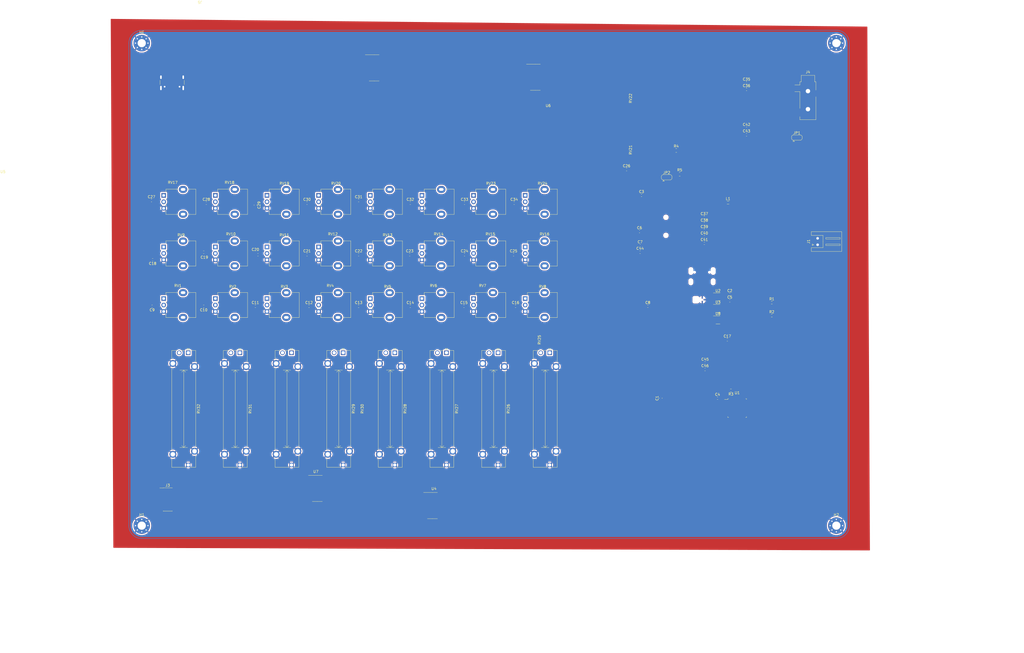
<source format=kicad_pcb>
(kicad_pcb (version 20221018) (generator pcbnew)
  (layers (0 "F.Cu" signal) (31 "B.Cu" signal) (34 "B.Paste" user) (35 "F.Paste" user) (36 "B.SilkS" user "B.Silkscreen") (37 "F.SilkS" user "F.Silkscreen") (38 "B.Mask" user) (39 "F.Mask" user) (44 "Edge.Cuts" user))
  (net 0 "")
  (net 1 "+3.3V")
  (net 2 "GND")
  (net 3 "/potentiometer circular/POT0")
  (net 4 "/potentiometer circular/POT1")
  (net 5 "/potentiometer circular/POT2")
  (net 6 "/potentiometer circular/POT3")
  (net 7 "/potentiometer circular/POT4")
  (net 8 "/potentiometer circular/POT5")
  (net 9 "/potentiometer circular/POT6")
  (net 10 "/potentiometer circular/POT7")
  (net 11 "/potentiometer circular1/POT0")
  (net 12 "/potentiometer circular1/POT1")
  (net 13 "/potentiometer circular1/POT2")
  (net 14 "/potentiometer circular1/POT3")
  (net 15 "/potentiometer circular1/POT4")
  (net 16 "/potentiometer circular1/POT5")
  (net 17 "/potentiometer circular1/POT6")
  (net 18 "/potentiometer circular1/POT7")
  (net 19 "/potentiometer circular2/POT0")
  (net 20 "/potentiometer circular2/POT1")
  (net 21 "/potentiometer circular2/POT2")
  (net 22 "/potentiometer circular2/POT3")
  (net 23 "/potentiometer circular2/POT4")
  (net 24 "/potentiometer circular2/POT5")
  (net 25 "/potentiometer circular2/POT6")
  (net 26 "/potentiometer circular2/POT7")
  (net 27 "/potentiometer linear/POT0")
  (net 28 "/potentiometer linear/POT1")
  (net 29 "/potentiometer linear/POT2")
  (net 30 "/potentiometer linear/POT3")
  (net 31 "/potentiometer linear/POT4")
  (net 32 "/potentiometer linear/POT5")
  (net 33 "/potentiometer linear/POT6")
  (net 34 "/potentiometer linear/POT7")
  (net 38 "+3.3VA")
  (net 45 "VBUS")
  (net 46 "/STM32/NRST")
  (net 47 "+BATT")
  (net 50 "/STM32/SYS_SWDIO")
  (net 51 "/STM32/SYS_SWCLK")
  (net 55 "/STM32/USART1_RX")
  (net 56 "/STM32/USART1_TX")
  (net 57 "/JACK_R")
  (net 58 "/JACK_T")
  (net 59 "Net-(J5-CC1)")
  (net 60 "Net-(J5-D+-PadA6)")
  (net 61 "Net-(J5-D--PadA7)")
  (net 63 "Net-(J5-CC2)")
  (net 66 "/SINK")
  (net 67 "/SOURCE")
  (net 68 "/STM32/BOOT0")
  (net 69 "/MIDI_TX")
  (net 70 "/voie0")
  (net 71 "/voie1")
  (net 72 "/voie2")
  (net 73 "/voie3")
  (net 74 "/sel0")
  (net 75 "/sel1")
  (net 76 "/sel2")
  (net 78 "/D-")
  (net 79 "/D+")
  (footprint "Capacitor_SMD:C_0603_1608Metric" (layer "F.Cu") (at 40 74.4)
    (fp_text reference "C28" (at 0 -1.43) (layer "F.SilkS"))
    (fp_text value "100n")
    (pad "1" smd roundrect (at -0.775 0) (size 0.9 0.95) (layers "F.Cu" "F.Paste" "F.Mask") (net 20 "/potentiometer circular2/POT1"))
    (pad "2" smd roundrect (at 0.775 0) (size 0.9 0.95) (layers "F.Cu" "F.Paste" "F.Mask") (net 2 "GND"))
  )
  (footprint "Capacitor_SMD:C_0603_1608Metric" (layer "F.Cu") (at 60 94.4)
    (fp_text reference "C20" (at -1 -2) (layer "F.SilkS"))
    (fp_text value "100n")
    (pad "1" smd roundrect (at -0.775 0) (size 0.9 0.95) (layers "F.Cu" "F.Paste" "F.Mask") (net 13 "/potentiometer circular1/POT2"))
    (pad "2" smd roundrect (at 0.775 0) (size 0.9 0.95) (layers "F.Cu" "F.Paste" "F.Mask") (net 2 "GND"))
  )
  (footprint "Resistor_SMD:R_0805_2012Metric" (layer "F.Cu") (at 222 54)
    (fp_text reference "R4" (at 0 -1.65) (layer "F.SilkS"))
    (fp_text value "10R")
    (pad "1" smd roundrect (at -0.9125 0) (size 1.025 1.4) (layers "F.Cu" "F.Paste" "F.Mask") (roundrect_rratio 0.243902) (net 69 "/MIDI_TX"))
    (pad "2" smd roundrect (at 0.9125 0) (size 1.025 1.4) (layers "F.Cu" "F.Paste" "F.Mask") (roundrect_rratio 0.243902) (net 66 "/SINK"))
  )
  (footprint "Capacitor_SMD:C_0603_1608Metric" (layer "F.Cu") (at 207.775 85.4)
    (fp_text reference "C6" (at 0 -1.43) (layer "F.SilkS"))
    (fp_text value "100n")
    (pad "1" smd roundrect (at -0.775 0) (size 0.9 0.95) (layers "F.Cu" "F.Paste" "F.Mask") (net 1 "+3.3V"))
    (pad "2" smd roundrect (at 0.775 0) (size 0.9 0.95) (layers "F.Cu" "F.Paste" "F.Mask") (net 2 "GND"))
  )
  (footprint "Potentiometer_THT:Potentiometer_Alpha_RD901F-40-00D_Single_Vertical" (layer "F.Cu") (at 163.5 111.4)
    (fp_text reference "RV8" (at 6.71 -4.64 180) (layer "F.SilkS"))
    (fp_text value "B100k")
    (pad "" thru_hole oval (at 7.5 -2.3 90) (size 2.72 3.24) (drill oval 1.1 1.8) (layers "*.Cu" "*.Mask"))
    (pad "" thru_hole oval (at 7.5 7.3 90) (size 2.72 3.24) (drill oval 1.1 1.8) (layers "*.Cu" "*.Mask"))
    (pad "1" thru_hole rect (at 0 0 90) (size 1.8 1.8) (drill 1) (layers "*.Cu" "*.Mask") (net 1 "+3.3V"))
    (pad "2" thru_hole circle (at 0 2.5 90) (size 1.8 1.8) (drill 1) (layers "*.Cu" "*.Mask") (net 10 "/potentiometer circular/POT7"))
    (pad "3" thru_hole circle (at 0 5 90) (size 1.8 1.8) (drill 1) (layers "*.Cu" "*.Mask") (net 2 "GND"))
  )
  (footprint "Potentiometer_THT:Potentiometer_Alpha_RD901F-40-00D_Single_Vertical" (layer "F.Cu") (at 123.5 111.4)
    (fp_text reference "RV6" (at 4.5 -5 180) (layer "F.SilkS"))
    (fp_text value "B100k")
    (pad "" thru_hole oval (at 7.5 -2.3 90) (size 2.72 3.24) (drill oval 1.1 1.8) (layers "*.Cu" "*.Mask"))
    (pad "" thru_hole oval (at 7.5 7.3 90) (size 2.72 3.24) (drill oval 1.1 1.8) (layers "*.Cu" "*.Mask"))
    (pad "1" thru_hole rect (at 0 0 90) (size 1.8 1.8) (drill 1) (layers "*.Cu" "*.Mask") (net 1 "+3.3V"))
    (pad "2" thru_hole circle (at 0 2.5 90) (size 1.8 1.8) (drill 1) (layers "*.Cu" "*.Mask") (net 8 "/potentiometer circular/POT5"))
    (pad "3" thru_hole circle (at 0 5 90) (size 1.8 1.8) (drill 1) (layers "*.Cu" "*.Mask") (net 2 "GND"))
  )
  (footprint "Potentiometer_THT:Potentiometer_Bourns_PTA3043_Single_Slide" (layer "F.Cu") (at 173 132.4 -90)
    (fp_text reference "RV25" (at -5 4 90) (layer "F.SilkS"))
    (fp_text value "B10K")
    (pad "1" thru_hole rect (at 0 0 270) (size 1.75 1.75) (drill 1.2) (layers "*.Cu" "*.Mask") (net 1 "+3.3V"))
    (pad "2" thru_hole circle (at 0 3.5 270) (size 1.75 1.75) (drill 1.2) (layers "*.Cu" "*.Mask") (net 27 "/potentiometer linear/POT0"))
    (pad "3" thru_hole circle (at 43.5 0 270) (size 1.75 1.75) (drill 1.2) (layers "*.Cu" "*.Mask") (net 2 "GND"))
    (pad "MP" thru_hole circle (at 4.15 5.95 270) (size 2.7 2.7) (drill 1.7) (layers "*.Cu" "*.Mask") (net 2 "GND"))
    (pad "MP" thru_hole circle (at 5.35 -2.45 270) (size 2.7 2.7) (drill 1.7) (layers "*.Cu" "*.Mask") (net 2 "GND"))
    (pad "MP" thru_hole circle (at 38.15 -2.45 270) (size 2.7 2.7) (drill 1.7) (layers "*.Cu" "*.Mask") (net 2 "GND"))
    (pad "MP" thru_hole circle (at 39.35 5.95 270) (size 2.7 2.7) (drill 1.7) (layers "*.Cu" "*.Mask") (net 2 "GND"))
  )
  (footprint "Capacitor_SMD:C_0603_1608Metric" (layer "F.Cu") (at 216 150 90)
    (fp_text reference "C1" (at 0 -1.43 90) (layer "F.SilkS"))
    (fp_text value "4.7u")
    (pad "1" smd roundrect (at -0.775 0 90) (size 0.9 0.95) (layers "F.Cu" "F.Paste" "F.Mask") (net 1 "+3.3V"))
    (pad "2" smd roundrect (at 0.775 0 90) (size 0.9 0.95) (layers "F.Cu" "F.Paste" "F.Mask") (net 2 "GND"))
  )
  (footprint "MountingHole:MountingHole_3.2mm_M3_Pad_Via" (layer "F.Cu") (at 15 199.4)
    (fp_text reference "H1" (at 0 -4.2) (layer "F.SilkS"))
    (fp_text value "MountingHole_Pad")
    (pad "1" thru_hole circle (at -2.4 0) (size 0.8 0.8) (drill 0.5) (layers "*.Cu" "*.Mask") (net 2 "GND"))
    (pad "1" thru_hole circle (at -1.697056 -1.697056) (size 0.8 0.8) (drill 0.5) (layers "*.Cu" "*.Mask") (net 2 "GND"))
    (pad "1" thru_hole circle (at -1.697056 1.697056) (size 0.8 0.8) (drill 0.5) (layers "*.Cu" "*.Mask") (net 2 "GND"))
    (pad "1" thru_hole circle (at 0 -2.4) (size 0.8 0.8) (drill 0.5) (layers "*.Cu" "*.Mask") (net 2 "GND"))
    (pad "1" thru_hole circle (at 0 0) (size 6.4 6.4) (drill 3.2) (layers "*.Cu" "*.Mask") (net 2 "GND"))
    (pad "1" thru_hole circle (at 0 2.4) (size 0.8 0.8) (drill 0.5) (layers "*.Cu" "*.Mask") (net 2 "GND"))
    (pad "1" thru_hole circle (at 1.697056 -1.697056) (size 0.8 0.8) (drill 0.5) (layers "*.Cu" "*.Mask") (net 2 "GND"))
    (pad "1" thru_hole circle (at 1.697056 1.697056) (size 0.8 0.8) (drill 0.5) (layers "*.Cu" "*.Mask") (net 2 "GND"))
    (pad "1" thru_hole circle (at 2.4 0) (size 0.8 0.8) (drill 0.5) (layers "*.Cu" "*.Mask") (net 2 "GND"))
  )
  (footprint "Capacitor_SMD:C_0603_1608Metric" (layer "F.Cu") (at 79.775 114.4)
    (fp_text reference "C12" (at 0 -1.43) (layer "F.SilkS"))
    (fp_text value "100n")
    (pad "1" smd roundrect (at -0.775 0) (size 0.9 0.95) (layers "F.Cu" "F.Paste" "F.Mask") (net 6 "/potentiometer circular/POT3"))
    (pad "2" smd roundrect (at 0.775 0) (size 0.9 0.95) (layers "F.Cu" "F.Paste" "F.Mask") (net 2 "GND"))
  )
  (footprint "Package_QFP:LQFP-32_7x7mm_P0.8mm" (layer "F.Cu") (at 245.6 153.825)
    (fp_text reference "U1" (at 0 -5.88) (layer "F.SilkS"))
    (fp_text value "STM32G431KBTx")
    (pad "1" smd roundrect (at -4.175 -2.8) (size 1.5 0.5) (layers "F.Cu" "F.Paste" "F.Mask") (net 1 "+3.3V"))
    (pad "2" smd roundrect (at -4.175 -2) (size 1.5 0.5) (layers "F.Cu" "F.Paste" "F.Mask"))
    (pad "3" smd roundrect (at -4.175 -1.2) (size 1.5 0.5) (layers "F.Cu" "F.Paste" "F.Mask"))
    (pad "4" smd roundrect (at -4.175 -0.4) (size 1.5 0.5) (layers "F.Cu" "F.Paste" "F.Mask") (net 46 "/STM32/NRST"))
    (pad "5" smd roundrect (at -4.175 0.4) (size 1.5 0.5) (layers "F.Cu" "F.Paste" "F.Mask") (net 70 "/voie0"))
    (pad "6" smd roundrect (at -4.175 1.2) (size 1.5 0.5) (layers "F.Cu" "F.Paste" "F.Mask") (net 71 "/voie1"))
    (pad "7" smd roundrect (at -4.175 2) (size 1.5 0.5) (layers "F.Cu" "F.Paste" "F.Mask") (net 72 "/voie2"))
    (pad "8" smd roundrect (at -4.175 2.8) (size 1.5 0.5) (layers "F.Cu" "F.Paste" "F.Mask") (net 73 "/voie3"))
    (pad "9" smd roundrect (at -2.8 4.175) (size 0.5 1.5) (layers "F.Cu" "F.Paste" "F.Mask") (net 74 "/sel0"))
    (pad "10" smd roundrect (at -2 4.175) (size 0.5 1.5) (layers "F.Cu" "F.Paste" "F.Mask") (net 75 "/sel1"))
    (pad "11" smd roundrect (at -1.2 4.175) (size 0.5 1.5) (layers "F.Cu" "F.Paste" "F.Mask") (net 76 "/sel2"))
    (pad "12" smd roundrect (at -0.4 4.175) (size 0.5 1.5) (layers "F.Cu" "F.Paste" "F.Mask"))
    (pad "13" smd roundrect (at 0.4 4.175) (size 0.5 1.5) (layers "F.Cu" "F.Paste" "F.Mask"))
    (pad "14" smd roundrect (at 1.2 4.175) (size 0.5 1.5) (layers "F.Cu" "F.Paste" "F.Mask") (net 2 "GND"))
    (pad "15" smd roundrect (at 2 4.175) (size 0.5 1.5) (layers "F.Cu" "F.Paste" "F.Mask") (net 38 "+3.3VA"))
    (pad "16" smd roundrect (at 2.8 4.175) (size 0.5 1.5) (layers "F.Cu" "F.Paste" "F.Mask") (net 2 "GND"))
    (pad "17" smd roundrect (at 4.175 2.8) (size 1.5 0.5) (layers "F.Cu" "F.Paste" "F.Mask") (net 1 "+3.3V"))
    (pad "18" smd roundrect (at 4.175 2) (size 1.5 0.5) (layers "F.Cu" "F.Paste" "F.Mask"))
    (pad "19" smd roundrect (at 4.175 1.2) (size 1.5 0.5) (layers "F.Cu" "F.Paste" "F.Mask") (net 56 "/STM32/USART1_TX"))
    (pad "20" smd roundrect (at 4.175 0.4) (size 1.5 0.5) (layers "F.Cu" "F.Paste" "F.Mask") (net 55 "/STM32/USART1_RX"))
    (pad "21" smd roundrect (at 4.175 -0.4) (size 1.5 0.5) (layers "F.Cu" "F.Paste" "F.Mask") (net 78 "/D-"))
    (pad "22" smd roundrect (at 4.175 -1.2) (size 1.5 0.5) (layers "F.Cu" "F.Paste" "F.Mask") (net 79 "/D+"))
    (pad "23" smd roundrect (at 4.175 -2) (size 1.5 0.5) (layers "F.Cu" "F.Paste" "F.Mask") (net 50 "/STM32/SYS_SWDIO"))
    (pad "24" smd roundrect (at 4.175 -2.8) (size 1.5 0.5) (layers "F.Cu" "F.Paste" "F.Mask") (net 51 "/STM32/SYS_SWCLK"))
    (pad "25" smd roundrect (at 2.8 -4.175) (size 0.5 1.5) (layers "F.Cu" "F.Paste" "F.Mask"))
    (pad "26" smd roundrect (at 2 -4.175) (size 0.5 1.5) (layers "F.Cu" "F.Paste" "F.Mask") (net 69 "/MIDI_TX"))
    (pad "27" smd roundrect (at 1.2 -4.175) (size 0.5 1.5) (layers "F.Cu" "F.Paste" "F.Mask"))
    (pad "28" smd roundrect (at 0.4 -4.175) (size 0.5 1.5) (layers "F.Cu" "F.Paste" "F.Mask"))
    (pad "29" smd roundrect (at -0.4 -4.175) (size 0.5 1.5) (layers "F.Cu" "F.Paste" "F.Mask"))
    (pad "30" smd roundrect (at -1.2 -4.175) (size 0.5 1.5) (layers "F.Cu" "F.Paste" "F.Mask"))
    (pad "31" smd roundrect (at -2 -4.175) (size 0.5 1.5) (layers "F.Cu" "F.Paste" "F.Mask") (net 68 "/STM32/BOOT0"))
    (pad "32" smd roundrect (at -2.8 -4.175) (size 0.5 1.5) (layers "F.Cu" "F.Paste" "F.Mask") (net 2 "GND"))
  )
  (footprint "Potentiometer_THT:Potentiometer_Alpha_RD901F-40-00D_Single_Vertical" (layer "F.Cu") (at 103.5 111.4)
    (fp_text reference "RV5" (at 6.71 -4.64 180) (layer "F.SilkS"))
    (fp_text value "B100k")
    (pad "" thru_hole oval (at 7.5 -2.3 90) (size 2.72 3.24) (drill oval 1.1 1.8) (layers "*.Cu" "*.Mask"))
    (pad "" thru_hole oval (at 7.5 7.3 90) (size 2.72 3.24) (drill oval 1.1 1.8) (layers "*.Cu" "*.Mask"))
    (pad "1" thru_hole rect (at 0 0 90) (size 1.8 1.8) (drill 1) (layers "*.Cu" "*.Mask") (net 1 "+3.3V"))
    (pad "2" thru_hole circle (at 0 2.5 90) (size 1.8 1.8) (drill 1) (layers "*.Cu" "*.Mask") (net 7 "/potentiometer circular/POT4"))
    (pad "3" thru_hole circle (at 0 5 90) (size 1.8 1.8) (drill 1) (layers "*.Cu" "*.Mask") (net 2 "GND"))
  )
  (footprint "Capacitor_SMD:C_0603_1608Metric" (layer "F.Cu") (at 159.775 114.4)
    (fp_text reference "C16" (at 0 -1.43) (layer "F.SilkS"))
    (fp_text value "100n")
    (pad "1" smd roundrect (at -0.775 0) (size 0.9 0.95) (layers "F.Cu" "F.Paste" "F.Mask") (net 10 "/potentiometer circular/POT7"))
    (pad "2" smd roundrect (at 0.775 0) (size 0.9 0.95) (layers "F.Cu" "F.Paste" "F.Mask") (net 2 "GND"))
  )
  (footprint "Connector_PinHeader_1.27mm:PinHeader_2x07_P1.27mm_Vertical_SMD" (layer "F.Cu") (at 25.05 189.27)
    (fp_text reference "J3" (at 0 -5.505) (layer "F.SilkS"))
    (fp_text value "Conn_02x07_Odd_Even")
    (pad "1" smd rect (at -1.95 -3.81) (size 2.4 0.74) (layers "F.Cu" "F.Paste" "F.Mask"))
    (pad "2" smd rect (at 1.95 -3.81) (size 2.4 0.74) (layers "F.Cu" "F.Paste" "F.Mask"))
    (pad "3" smd rect (at -1.95 -2.54) (size 2.4 0.74) (layers "F.Cu" "F.Paste" "F.Mask") (net 1 "+3.3V"))
    (pad "4" smd rect (at 1.95 -2.54) (size 2.4 0.74) (layers "F.Cu" "F.Paste" "F.Mask") (net 50 "/STM32/SYS_SWDIO"))
    (pad "5" smd rect (at -1.95 -1.27) (size 2.4 0.74) (layers "F.Cu" "F.Paste" "F.Mask") (net 2 "GND"))
    (pad "6" smd rect (at 1.95 -1.27) (size 2.4 0.74) (layers "F.Cu" "F.Paste" "F.Mask") (net 51 "/STM32/SYS_SWCLK"))
    (pad "7" smd rect (at -1.95 0) (size 2.4 0.74) (layers "F.Cu" "F.Paste" "F.Mask") (net 2 "GND"))
    (pad "8" smd rect (at 1.95 0) (size 2.4 0.74) (layers "F.Cu" "F.Paste" "F.Mask"))
    (pad "9" smd rect (at -1.95 1.27) (size 2.4 0.74) (layers "F.Cu" "F.Paste" "F.Mask"))
    (pad "10" smd rect (at 1.95 1.27) (size 2.4 0.74) (layers "F.Cu" "F.Paste" "F.Mask"))
    (pad "11" smd rect (at -1.95 2.54) (size 2.4 0.74) (layers "F.Cu" "F.Paste" "F.Mask") (net 2 "GND"))
    (pad "12" smd rect (at 1.95 2.54) (size 2.4 0.74) (layers "F.Cu" "F.Paste" "F.Mask") (net 46 "/STM32/NRST"))
    (pad "13" smd rect (at -1.95 3.81) (size 2.4 0.74) (layers "F.Cu" "F.Paste" "F.Mask") (net 55 "/STM32/USART1_RX"))
    (pad "14" smd rect (at 1.95 3.81) (size 2.4 0.74) (layers "F.Cu" "F.Paste" "F.Mask") (net 56 "/STM32/USART1_TX"))
  )
  (footprint "Capacitor_SMD:C_0603_1608Metric" (layer "F.Cu") (at 119 114.4)
    (fp_text reference "C14" (at 0 -1.43) (layer "F.SilkS"))
    (fp_text value "100n")
    (pad "1" smd roundrect (at -0.775 0) (size 0.9 0.95) (layers "F.Cu" "F.Paste" "F.Mask") (net 8 "/potentiometer circular/POT5"))
    (pad "2" smd roundrect (at 0.775 0) (size 0.9 0.95) (layers "F.Cu" "F.Paste" "F.Mask") (net 2 "GND"))
  )
  (footprint "Capacitor_SMD:C_0603_1608Metric_Pad1.08x0.95mm_HandSolder" (layer "F.Cu") (at 233.15 138.87)
    (fp_text reference "C46" (at 0 -1.43) (layer "F.SilkS"))
    (fp_text value "1u")
    (pad "1" smd roundrect (at -0.8625 0) (size 1.075 0.95) (layers "F.Cu" "F.Paste" "F.Mask") (net 1 "+3.3V"))
    (pad "2" smd roundrect (at 0.8625 0) (size 1.075 0.95) (layers "F.Cu" "F.Paste" "F.Mask") (net 2 "GND"))
  )
  (footprint "Package_SO:SO-16_3.9x9.9mm_P1.27mm" (layer "F.Cu") (at 83 185)
    (fp_text reference "U7" (at -0.575 -6.555) (layer "F.SilkS"))
    (fp_text value "74HC4051")
    (pad "1" smd roundrect (at -2.575 -4.445) (size 1.75 0.6) (layers "F.Cu" "F.Paste" "F.Mask") (net 31 "/potentiometer linear/POT4"))
    (pad "2" smd roundrect (at -2.575 -3.175) (size 1.75 0.6) (layers "F.Cu" "F.Paste" "F.Mask") (net 33 "/potentiometer linear/POT6"))
    (pad "3" smd roundrect (at -2.575 -1.905) (size 1.75 0.6) (layers "F.Cu" "F.Paste" "F.Mask") (net 73 "/voie3"))
    (pad "4" smd roundrect (at -2.575 -0.635) (size 1.75 0.6) (layers "F.Cu" "F.Paste" "F.Mask") (net 34 "/potentiometer linear/POT7"))
    (pad "5" smd roundrect (at -2.575 0.635) (size 1.75 0.6) (layers "F.Cu" "F.Paste" "F.Mask") (net 32 "/potentiometer linear/POT5"))
    (pad "6" smd roundrect (at -2.575 1.905) (size 1.75 0.6) (layers "F.Cu" "F.Paste" "F.Mask") (net 2 "GND"))
    (pad "7" smd roundrect (at -2.575 3.175) (size 1.75 0.6) (layers "F.Cu" "F.Paste" "F.Mask") (net 2 "GND"))
    (pad "8" smd roundrect (at -2.575 4.445) (size 1.75 0.6) (layers "F.Cu" "F.Paste" "F.Mask") (net 2 "GND"))
    (pad "9" smd roundrect (at 2.575 4.445) (size 1.75 0.6) (layers "F.Cu" "F.Paste" "F.Mask") (net 76 "/sel2"))
    (pad "10" smd roundrect (at 2.575 3.175) (size 1.75 0.6) (layers "F.Cu" "F.Paste" "F.Mask") (net 75 "/sel1"))
    (pad "11" smd roundrect (at 2.575 1.905) (size 1.75 0.6) (layers "F.Cu" "F.Paste" "F.Mask") (net 74 "/sel0"))
    (pad "12" smd roundrect (at 2.575 0.635) (size 1.75 0.6) (layers "F.Cu" "F.Paste" "F.Mask") (net 30 "/potentiometer linear/POT3"))
    (pad "13" smd roundrect (at 2.575 -0.635) (size 1.75 0.6) (layers "F.Cu" "F.Paste" "F.Mask") (net 27 "/potentiometer linear/POT0"))
    (pad "14" smd roundrect (at 2.575 -1.905) (size 1.75 0.6) (layers "F.Cu" "F.Paste" "F.Mask") (net 28 "/potentiometer linear/POT1"))
    (pad "15" smd roundrect (at 2.575 -3.175) (size 1.75 0.6) (layers "F.Cu" "F.Paste" "F.Mask") (net 29 "/potentiometer linear/POT2"))
    (pad "16" smd roundrect (at 2.575 -4.445) (size 1.75 0.6) (layers "F.Cu" "F.Paste" "F.Mask") (net 1 "+3.3V"))
  )
  (footprint "Capacitor_SMD:C_0603_1608Metric" (layer "F.Cu") (at 18.775 73.4)
    (fp_text reference "C27" (at 0 -1.43) (layer "F.SilkS"))
    (fp_text value "100n")
    (pad "1" smd roundrect (at -0.775 0) (size 0.9 0.95) (layers "F.Cu" "F.Paste" "F.Mask") (net 19 "/potentiometer circular2/POT0"))
    (pad "2" smd roundrect (at 0.775 0) (size 0.9 0.95) (layers "F.Cu" "F.Paste" "F.Mask") (net 2 "GND"))
  )
  (footprint "Potentiometer_THT:Potentiometer_Bourns_PTA3043_Single_Slide" (layer "F.Cu") (at 153 132.4 -90)
    (fp_text reference "RV26" (at 21.75 -4 90) (layer "F.SilkS"))
    (fp_text value "B10K")
    (pad "1" thru_hole rect (at 0 0 270) (size 1.75 1.75) (drill 1.2) (layers "*.Cu" "*.Mask") (net 1 "+3.3V"))
    (pad "2" thru_hole circle (at 0 3.5 270) (size 1.75 1.75) (drill 1.2) (layers "*.Cu" "*.Mask") (net 28 "/potentiometer linear/POT1"))
    (pad "3" thru_hole circle (at 43.5 0 270) (size 1.75 1.75) (drill 1.2) (layers "*.Cu" "*.Mask") (net 2 "GND"))
    (pad "MP" thru_hole circle (at 4.15 5.95 270) (size 2.7 2.7) (drill 1.7) (layers "*.Cu" "*.Mask") (net 2 "GND"))
    (pad "MP" thru_hole circle (at 5.35 -2.45 270) (size 2.7 2.7) (drill 1.7) (layers "*.Cu" "*.Mask") (net 2 "GND"))
    (pad "MP" thru_hole circle (at 38.15 -2.45 270) (size 2.7 2.7) (drill 1.7) (layers "*.Cu" "*.Mask") (net 2 "GND"))
    (pad "MP" thru_hole circle (at 39.35 5.95 270) (size 2.7 2.7) (drill 1.7) (layers "*.Cu" "*.Mask") (net 2 "GND"))
  )
  (footprint "Capacitor_SMD:C_0603_1608Metric" (layer "F.Cu") (at 159.225 74.4)
    (fp_text reference "C34" (at 0 -1.43) (layer "F.SilkS"))
    (fp_text value "100n")
    (pad "1" smd roundrect (at -0.775 0) (size 0.9 0.95) (layers "F.Cu" "F.Paste" "F.Mask") (net 26 "/potentiometer circular2/POT7"))
    (pad "2" smd roundrect (at 0.775 0) (size 0.9 0.95) (layers "F.Cu" "F.Paste" "F.Mask") (net 2 "GND"))
  )
  (footprint "Capacitor_SMD:C_0603_1608Metric" (layer "F.Cu") (at 118.775 94.4)
    (fp_text reference "C23" (at 0 -1.43) (layer "F.SilkS"))
    (fp_text value "100n")
    (pad "1" smd roundrect (at -0.775 0) (size 0.9 0.95) (layers "F.Cu" "F.Paste" "F.Mask") (net 16 "/potentiometer circular1/POT5"))
    (pad "2" smd roundrect (at 0.775 0) (size 0.9 0.95) (layers "F.Cu" "F.Paste" "F.Mask") (net 2 "GND"))
  )
  (footprint "Potentiometer_THT:Potentiometer_Bourns_PTA3043_Single_Slide" (layer "F.Cu") (at 113 132.4 -90)
    (fp_text reference "RV28" (at 21.75 -4 90) (layer "F.SilkS"))
    (fp_text value "B10K")
    (pad "1" thru_hole rect (at 0 0 270) (size 1.75 1.75) (drill 1.2) (layers "*.Cu" "*.Mask") (net 1 "+3.3V"))
    (pad "2" thru_hole circle (at 0 3.5 270) (size 1.75 1.75) (drill 1.2) (layers "*.Cu" "*.Mask") (net 30 "/potentiometer linear/POT3"))
    (pad "3" thru_hole circle (at 43.5 0 270) (size 1.75 1.75) (drill 1.2) (layers "*.Cu" "*.Mask") (net 2 "GND"))
    (pad "MP" thru_hole circle (at 4.15 5.95 270) (size 2.7 2.7) (drill 1.7) (layers "*.Cu" "*.Mask") (net 2 "GND"))
    (pad "MP" thru_hole circle (at 5.35 -2.45 270) (size 2.7 2.7) (drill 1.7) (layers "*.Cu" "*.Mask") (net 2 "GND"))
    (pad "MP" thru_hole circle (at 38.15 -2.45 270) (size 2.7 2.7) (drill 1.7) (layers "*.Cu" "*.Mask") (net 2 "GND"))
    (pad "MP" thru_hole circle (at 39.35 5.95 270) (size 2.7 2.7) (drill 1.7) (layers "*.Cu" "*.Mask") (net 2 "GND"))
  )
  (footprint "Resistor_SMD:R_0603_1608Metric" (layer "F.Cu") (at 259 118)
    (fp_text reference "R2" (at 0 -1.43) (layer "F.SilkS"))
    (fp_text value "5.1k")
    (pad "1" smd roundrect (at -0.825 0) (size 0.8 0.95) (layers "F.Cu" "F.Paste" "F.Mask") (net 59 "Net-(J5-CC1)"))
    (pad "2" smd roundrect (at 0.825 0) (size 0.8 0.95) (layers "F.Cu" "F.Paste" "F.Mask") (net 2 "GND"))
  )
  (footprint "Potentiometer_THT:Potentiometer_Alpha_RD901F-40-00D_Single_Vertical" (layer "F.Cu") (at 83.5 91.4)
    (fp_text reference "RV12" (at 5.5 -5 180) (layer "F.SilkS"))
    (fp_text value "B100k")
    (pad "" thru_hole oval (at 7.5 -2.3 90) (size 2.72 3.24) (drill oval 1.1 1.8) (layers "*.Cu" "*.Mask"))
    (pad "" thru_hole oval (at 7.5 7.3 90) (size 2.72 3.24) (drill oval 1.1 1.8) (layers "*.Cu" "*.Mask"))
    (pad "1" thru_hole rect (at 0 0 90) (size 1.8 1.8) (drill 1) (layers "*.Cu" "*.Mask") (net 1 "+3.3V"))
    (pad "2" thru_hole circle (at 0 2.5 90) (size 1.8 1.8) (drill 1) (layers "*.Cu" "*.Mask") (net 14 "/potentiometer circular1/POT3"))
    (pad "3" thru_hole circle (at 0 5 90) (size 1.8 1.8) (drill 1) (layers "*.Cu" "*.Mask") (net 2 "GND"))
  )
  (footprint "Potentiometer_THT:Potentiometer_Alpha_RD901F-40-00D_Single_Vertical" (layer "F.Cu") (at 83.5 71.4)
    (fp_text reference "RV20" (at 6.71 -4.64 180) (layer "F.SilkS"))
    (fp_text value "B100k")
    (pad "" thru_hole oval (at 7.5 -2.3 90) (size 2.72 3.24) (drill oval 1.1 1.8) (layers "*.Cu" "*.Mask"))
    (pad "" thru_hole oval (at 7.5 7.3 90) (size 2.72 3.24) (drill oval 1.1 1.8) (layers "*.Cu" "*.Mask"))
    (pad "1" thru_hole rect (at 0 0 90) (size 1.8 1.8) (drill 1) (layers "*.Cu" "*.Mask") (net 1 "+3.3V"))
    (pad "2" thru_hole circle (at 0 2.5 90) (size 1.8 1.8) (drill 1) (layers "*.Cu" "*.Mask") (net 22 "/potentiometer circular2/POT3"))
    (pad "3" thru_hole circle (at 0 5 90) (size 1.8 1.8) (drill 1) (layers "*.Cu" "*.Mask") (net 2 "GND"))
  )
  (footprint "Potentiometer_THT:Potentiometer_Alpha_RD901F-40-00D_Single_Vertical" (layer "F.Cu") (at 143.5 111.4)
    (fp_text reference "RV7" (at 3.5 -5 180) (layer "F.SilkS"))
    (fp_text value "B100k")
    (pad "" thru_hole oval (at 7.5 -2.3 90) (size 2.72 3.24) (drill oval 1.1 1.8) (layers "*.Cu" "*.Mask"))
    (pad "" thru_hole oval (at 7.5 7.3 90) (size 2.72 3.24) (drill oval 1.1 1.8) (layers "*.Cu" "*.Mask"))
    (pad "1" thru_hole rect (at 0 0 90) (size 1.8 1.8) (drill 1) (layers "*.Cu" "*.Mask") (net 1 "+3.3V"))
    (pad "2" thru_hole circle (at 0 2.5 90) (size 1.8 1.8) (drill 1) (layers "*.Cu" "*.Mask") (net 9 "/potentiometer circular/POT6"))
    (pad "3" thru_hole circle (at 0 5 90) (size 1.8 1.8) (drill 1) (layers "*.Cu" "*.Mask") (net 2 "GND"))
  )
  (footprint "Potentiometer_THT:Potentiometer_Bourns_PTA3043_Single_Slide" (layer "F.Cu") (at 73 132.4 -90)
    (fp_text reference "RV30" (at 21.75 -27.4 90) (layer "F.SilkS"))
    (fp_text value "B10K")
    (pad "1" thru_hole rect (at 0 0 270) (size 1.75 1.75) (drill 1.2) (layers "*.Cu" "*.Mask") (net 1 "+3.3V"))
    (pad "2" thru_hole circle (at 0 3.5 270) (size 1.75 1.75) (drill 1.2) (layers "*.Cu" "*.Mask") (net 32 "/potentiometer linear/POT5"))
    (pad "3" thru_hole circle (at 43.5 0 270) (size 1.75 1.75) (drill 1.2) (layers "*.Cu" "*.Mask") (net 2 "GND"))
    (pad "MP" thru_hole circle (at 4.15 5.95 270) (size 2.7 2.7) (drill 1.7) (layers "*.Cu" "*.Mask") (net 2 "GND"))
    (pad "MP" thru_hole circle (at 5.35 -2.45 270) (size 2.7 2.7) (drill 1.7) (layers "*.Cu" "*.Mask") (net 2 "GND"))
    (pad "MP" thru_hole circle (at 38.15 -2.45 270) (size 2.7 2.7) (drill 1.7) (layers "*.Cu" "*.Mask") (net 2 "GND"))
    (pad "MP" thru_hole circle (at 39.35 5.95 270) (size 2.7 2.7) (drill 1.7) (layers "*.Cu" "*.Mask") (net 2 "GND"))
  )
  (footprint "Potentiometer_THT:Potentiometer_Alpha_RD901F-40-00D_Single_Vertical" (layer "F.Cu") (at 103.5 71.4)
    (fp_text reference "RV21" (at 100.8 -17.61 -90) (layer "F.SilkS"))
    (fp_text value "B100k")
    (pad "" thru_hole oval (at 7.5 -2.3 90) (size 2.72 3.24) (drill oval 1.1 1.8) (layers "*.Cu" "*.Mask"))
    (pad "" thru_hole oval (at 7.5 7.3 90) (size 2.72 3.24) (drill oval 1.1 1.8) (layers "*.Cu" "*.Mask"))
    (pad "1" thru_hole rect (at 0 0 90) (size 1.8 1.8) (drill 1) (layers "*.Cu" "*.Mask") (net 1 "+3.3V"))
    (pad "2" thru_hole circle (at 0 2.5 90) (size 1.8 1.8) (drill 1) (layers "*.Cu" "*.Mask") (net 23 "/potentiometer circular2/POT4"))
    (pad "3" thru_hole circle (at 0 5 90) (size 1.8 1.8) (drill 1) (layers "*.Cu" "*.Mask") (net 2 "GND"))
  )
  (footprint "Connector_USB:USB_C_Receptacle_GCT_USB4105-xx-A_16P_TopMnt_Horizontal" (layer "F.Cu") (at 26.75 26.68 180)
    (fp_text reference "J5" (at -10.81 30.15 180 unlocked) (layer "F.SilkS"))
    (fp_text value "USB_C_Receptacle_USB2.0_16P")
    (pad "" np_thru_hole circle (at -2.89 -2.605 180) (size 0.65 0.65) (drill 0.65) (layers "F&B.Cu" "*.Mask"))
    (pad "" np_thru_hole circle (at 2.89 -2.605 180) (size 0.65 0.65) (drill 0.65) (layers "F&B.Cu" "*.Mask"))
    (pad "A1" smd roundrect (at -3.2 -3.68 180) (size 0.6 1.15) (layers "F.Cu" "F.Paste" "F.Mask") (net 2 "GND"))
    (pad "A4" smd roundrect (at -2.4 -3.68 180) (size 0.6 1.15) (layers "F.Cu" "F.Paste" "F.Mask") (net 45 "VBUS"))
    (pad "A5" smd roundrect (at -1.25 -3.68 180) (size 0.3 1.15) (layers "F.Cu" "F.Paste" "F.Mask") (net 59 "Net-(J5-CC1)"))
    (pad "A6" smd roundrect (at -0.25 -3.68 180) (size 0.3 1.15) (layers "F.Cu" "F.Paste" "F.Mask") (net 60 "Net-(J5-D+-PadA6)"))
    (pad "A7" smd roundrect (at 0.25 -3.68 180) (size 0.3 1.15) (layers "F.Cu" "F.Paste" "F.Mask") (net 61 "Net-(J5-D--PadA7)"))
    (pad "A8" smd roundrect (at 1.25 -3.68 180) (size 0.3 1.15) (layers "F.Cu" "F.Paste" "F.Mask"))
    (pad "A9" smd roundrect (at 2.4 -3.68 180) (size 0.6 1.15) (layers "F.Cu" "F.Paste" "F.Mask") (net 45 "VBUS"))
    (pad "A12" smd roundrect (at 3.2 -3.68 180) (size 0.6 1.15) (layers "F.Cu" "F.Paste" "F.Mask") (net 2 "GND"))
    (pad "B1" smd roundrect (at 3.2 -3.68 180) (size 0.6 1.15) (layers "F.Cu" "F.Paste" "F.Mask") (net 2 "GND"))
    (pad "B4" smd roundrect (at 2.4 -3.68 180) (size 0.6 1.15) (layers "F.Cu" "F.Paste" "F.Mask") (net 45 "VBUS"))
    (pad "B5" smd roundrect (at 1.75 -3.68 180) (size 0.3 1.15) (layers "F.Cu" "F.Paste" "F.Mask") (net 63 "Net-(J5-CC2)"))
    (pad "B6" smd roundrect (at 0.75 -3.68 180) (size 0.3 1.15) (layers "F.Cu" "F.Paste" "F.Mask") (net 60 "Net-(J5-D+-PadA6)"))
    (pad "B7" smd roundrect (at -0.75 -3.68 180) (size 0.3 1.15) (layers "F.Cu" "F.Paste" "F.Mask") (net 61 "Net-(J5-D--PadA7)"))
    (pad "B8" smd roundrect (at -1.75 -3.68 180) (size 0.3 1.15) (layers "F.Cu" "F.Paste" "F.Mask"))
    (pad "B9" smd roundrect (at -2.4 -3.68 180) (size 0.6 1.15) (layers "F.Cu" "F.Paste" "F.Mask") (net 45 "VBUS"))
    (pad "B12" smd roundrect (at -3.2 -3.68 180) (size 0.6 1.15) (layers "F.Cu" "F.Paste" "F.Mask") (net 2 "GND"))
    (pad "S1" thru_hole oval (at -4.32 -3.105 180) (size 1 2.1) (drill oval 0.6 1.7) (layers "*.Cu" "*.Mask" "F.Paste"))
    (pad "S1" thru_hole oval (at -4.32 1.075 180) (size 1 1.8) (drill oval 0.6 1.4) (layers "*.Cu" "*.Mask" "F.Paste"))
    (pad "S1" thru_hole oval (at 4.32 -3.105 180) (size 1 2.1) (drill oval 0.6 1.7) (layers "*.Cu" "*.Mask" "F.Paste"))
    (pad "S1" thru_hole oval (at 4.32 1.075 180) (size 1 1.8) (drill oval 0.6 1.4) (layers "*.Cu" "*.Mask" "F.Paste"))
  )
  (footprint "MountingHole:MountingHole_3.2mm_M3_Pad_Via" (layer "F.Cu") (at 284 12.4)
    (fp_text reference "H4" (at 1 -0.4) (layer "F.SilkS"))
    (fp_text value "MountingHole_Pad")
    (pad "1" thru_hole circle (at -2.4 0) (size 0.8 0.8) (drill 0.5) (layers "*.Cu" "*.Mask") (net 2 "GND"))
    (pad "1" thru_hole circle (at -1.697056 -1.697056) (size 0.8 0.8) (drill 0.5) (layers "*.Cu" "*.Mask") (net 2 "GND"))
    (pad "1" thru_hole circle (at -1.697056 1.697056) (size 0.8 0.8) (drill 0.5) (layers "*.Cu" "*.Mask") (net 2 "GND"))
    (pad "1" thru_hole circle (at 0 -2.4) (size 0.8 0.8) (drill 0.5) (layers "*.Cu" "*.Mask") (net 2 "GND"))
    (pad "1" thru_hole circle (at 0 0) (size 6.4 6.4) (drill 3.2) (layers "*.Cu" "*.Mask") (net 2 "GND"))
    (pad "1" thru_hole circle (at 0 2.4) (size 0.8 0.8) (drill 0.5) (layers "*.Cu" "*.Mask") (net 2 "GND"))
    (pad "1" thru_hole circle (at 1.697056 -1.697056) (size 0.8 0.8) (drill 0.5) (layers "*.Cu" "*.Mask") (net 2 "GND"))
    (pad "1" thru_hole circle (at 1.697056 1.697056) (size 0.8 0.8) (drill 0.5) (layers "*.Cu" "*.Mask") (net 2 "GND"))
    (pad "1" thru_hole circle (at 2.4 0) (size 0.8 0.8) (drill 0.5) (layers "*.Cu" "*.Mask") (net 2 "GND"))
  )
  (footprint "Capacitor_SMD:C_0603_1608Metric" (layer "F.Cu") (at 59 114.4)
    (fp_text reference "C11" (at 0 -1.43) (layer "F.SilkS"))
    (fp_text value "100n")
    (pad "1" smd roundrect (at -0.775 0) (size 0.9 0.95) (layers "F.Cu" "F.Paste" "F.Mask") (net 5 "/potentiometer circular/POT2"))
    (pad "2" smd roundrect (at 0.775 0) (size 0.9 0.95) (layers "F.Cu" "F.Paste" "F.Mask") (net 2 "GND"))
  )
  (footprint "Potentiometer_THT:Potentiometer_Alpha_RD901F-40-00D_Single_Vertical" (layer "F.Cu") (at 23.5 71.4)
    (fp_text reference "RV17" (at 3.5 -5 180) (layer "F.SilkS"))
    (fp_text value "B100k")
    (pad "" thru_hole oval (at 7.5 -2.3 90) (size 2.72 3.24) (drill oval 1.1 1.8) (layers "*.Cu" "*.Mask"))
    (pad "" thru_hole oval (at 7.5 7.3 90) (size 2.72 3.24) (drill oval 1.1 1.8) (layers "*.Cu" "*.Mask"))
    (pad "1" thru_hole rect (at 0 0 90) (size 1.8 1.8) (drill 1) (layers "*.Cu" "*.Mask") (net 1 "+3.3V"))
    (pad "2" thru_hole circle (at 0 2.5 90) (size 1.8 1.8) (drill 1) (layers "*.Cu" "*.Mask") (net 19 "/potentiometer circular2/POT0"))
    (pad "3" thru_hole circle (at 0 5 90) (size 1.8 1.8) (drill 1) (layers "*.Cu" "*.Mask") (net 2 "GND"))
  )
  (footprint "Package_SO:SO-16_3.9x9.9mm_P1.27mm" (layer "F.Cu") (at 127.575 191.635)
    (fp_text reference "U4" (at 0.575 -6.555) (layer "F.SilkS"))
    (fp_text value "74HC4051")
    (pad "1" smd roundrect (at -2.575 -4.445) (size 1.75 0.6) (layers "F.Cu" "F.Paste" "F.Mask") (net 7 "/potentiometer circular/POT4"))
    (pad "2" smd roundrect (at -2.575 -3.175) (size 1.75 0.6) (layers "F.Cu" "F.Paste" "F.Mask") (net 9 "/potentiometer circular/POT6"))
    (pad "3" smd roundrect (at -2.575 -1.905) (size 1.75 0.6) (layers "F.Cu" "F.Paste" "F.Mask") (net 70 "/voie0"))
    (pad "4" smd roundrect (at -2.575 -0.635) (size 1.75 0.6) (layers "F.Cu" "F.Paste" "F.Mask") (net 10 "/potentiometer circular/POT7"))
    (pad "5" smd roundrect (at -2.575 0.635) (size 1.75 0.6) (layers "F.Cu" "F.Paste" "F.Mask") (net 8 "/potentiometer circular/POT5"))
    (pad "6" smd roundrect (at -2.575 1.905) (size 1.75 0.6) (layers "F.Cu" "F.Paste" "F.Mask") (net 2 "GND"))
    (pad "7" smd roundrect (at -2.575 3.175) (size 1.75 0.6) (layers "F.Cu" "F.Paste" "F.Mask") (net 2 "GND"))
    (pad "8" smd roundrect (at -2.575 4.445) (size 1.75 0.6) (layers "F.Cu" "F.Paste" "F.Mask") (net 2 "GND"))
    (pad "9" smd roundrect (at 2.575 4.445) (size 1.75 0.6) (layers "F.Cu" "F.Paste" "F.Mask") (net 76 "/sel2"))
    (pad "10" smd roundrect (at 2.575 3.175) (size 1.75 0.6) (layers "F.Cu" "F.Paste" "F.Mask") (net 75 "/sel1"))
    (pad "11" smd roundrect (at 2.575 1.905) (size 1.75 0.6) (layers "F.Cu" "F.Paste" "F.Mask") (net 74 "/sel0"))
    (pad "12" smd roundrect (at 2.575 0.635) (size 1.75 0.6) (layers "F.Cu" "F.Paste" "F.Mask") (net 6 "/potentiometer circular/POT3"))
    (pad "13" smd roundrect (at 2.575 -0.635) (size 1.75 0.6) (layers "F.Cu" "F.Paste" "F.Mask") (net 3 "/potentiometer circular/POT0"))
    (pad "14" smd roundrect (at 2.575 -1.905) (size 1.75 0.6) (layers "F.Cu" "F.Paste" "F.Mask") (net 4 "/potentiometer circular/POT1"))
    (pad "15" smd roundrect (at 2.575 -3.175) (size 1.75 0.6) (layers "F.Cu" "F.Paste" "F.Mask") (net 5 "/potentiometer circular/POT2"))
    (pad "16" smd roundrect (at 2.575 -4.445) (size 1.75 0.6) (layers "F.Cu" "F.Paste" "F.Mask") (net 1 "+3.3V"))
  )
  (footprint "Capacitor_SMD:C_0603_1608Metric" (layer "F.Cu") (at 241.775 127.4)
    (fp_text reference "C17" (at 0 -1.43) (layer "F.SilkS"))
    (fp_text value "100n")
    (pad "1" smd roundrect (at -0.775 0) (size 0.9 0.95) (layers "F.Cu" "F.Paste" "F.Mask") (net 1 "+3.3V"))
    (pad "2" smd roundrect (at 0.775 0) (size 0.9 0.95) (layers "F.Cu" "F.Paste" "F.Mask") (net 2 "GND"))
  )
  (footprint "Resistor_SMD:R_0603_1608Metric" (layer "F.Cu") (at 259 113)
    (fp_text reference "R1" (at 0 -1.43) (layer "F.SilkS"))
    (fp_text value "5.1k")
    (pad "1" smd roundrect (at -0.825 0) (size 0.8 0.95) (layers "F.Cu" "F.Paste" "F.Mask") (net 63 "Net-(J5-CC2)"))
    (pad "2" smd roundrect (at 0.825 0) (size 0.8 0.95) (layers "F.Cu" "F.Paste" "F.Mask") (net 2 "GND"))
  )
  (footprint "Capacitor_SMD:C_0603_1608Metric_Pad1.08x0.95mm_HandSolder" (layer "F.Cu") (at 233.15 136.36)
    (fp_text reference "C45" (at 0 -1.43) (layer "F.SilkS"))
    (fp_text value "1u")
    (pad "1" smd roundrect (at -0.8625 0) (size 1.075 0.95) (layers "F.Cu" "F.Paste" "F.Mask") (net 47 "+BATT"))
    (pad "2" smd roundrect (at 0.8625 0) (size 1.075 0.95) (layers "F.Cu" "F.Paste" "F.Mask") (net 2 "GND"))
  )
  (footprint "Potentiometer_THT:Potentiometer_Alpha_RD901F-40-00D_Single_Vertical" (layer "F.Cu") (at 143.5 71.4)
    (fp_text reference "RV23" (at 6.71 -4.64 180) (layer "F.SilkS"))
    (fp_text value "B100k")
    (pad "" thru_hole oval (at 7.5 -2.3 90) (size 2.72 3.24) (drill oval 1.1 1.8) (layers "*.Cu" "*.Mask"))
    (pad "" thru_hole oval (at 7.5 7.3 90) (size 2.72 3.24) (drill oval 1.1 1.8) (layers "*.Cu" "*.Mask"))
    (pad "1" thru_hole rect (at 0 0 90) (size 1.8 1.8) (drill 1) (layers "*.Cu" "*.Mask") (net 1 "+3.3V"))
    (pad "2" thru_hole circle (at 0 2.5 90) (size 1.8 1.8) (drill 1) (layers "*.Cu" "*.Mask") (net 25 "/potentiometer circular2/POT6"))
    (pad "3" thru_hole circle (at 0 5 90) (size 1.8 1.8) (drill 1) (layers "*.Cu" "*.Mask") (net 2 "GND"))
  )
  (footprint "Capacitor_SMD:C_0603_1608Metric" (layer "F.Cu") (at 232.865 82.47)
    (fp_text reference "C38" (at 0 -1.43) (layer "F.SilkS"))
    (fp_text value "100n")
    (pad "1" smd roundrect (at -0.775 0) (size 0.9 0.95) (layers "F.Cu" "F.Paste" "F.Mask") (net 29 "/potentiometer linear/POT2"))
    (pad "2" smd roundrect (at 0.775 0) (size 0.9 0.95) (layers "F.Cu" "F.Paste" "F.Mask") (net 2 "GND"))
  )
  (footprint "Capacitor_SMD:C_0603_1608Metric" (layer "F.Cu") (at 19.225 96.4 180)
    (fp_text reference "C18" (at 0 -1.43) (layer "F.SilkS"))
    (fp_text value "100n")
    (pad "1" smd roundrect (at -0.775 0 180) (size 0.9 0.95) (layers "F.Cu" "F.Paste" "F.Mask") (net 11 "/potentiometer circular1/POT0"))
    (pad "2" smd roundrect (at 0.775 0 180) (size 0.9 0.95) (layers "F.Cu" "F.Paste" "F.Mask") (net 2 "GND"))
  )
  (footprint "Potentiometer_THT:Potentiometer_Alpha_RD901F-40-00D_Single_Vertical" (layer "F.Cu") (at 123.5 91.4)
    (fp_text reference "RV14" (at 6.5 -5 180) (layer "F.SilkS"))
    (fp_text value "B100k")
    (pad "" thru_hole oval (at 7.5 -2.3 90) (size 2.72 3.24) (drill oval 1.1 1.8) (layers "*.Cu" "*.Mask"))
    (pad "" thru_hole oval (at 7.5 7.3 90) (size 2.72 3.24) (drill oval 1.1 1.8) (layers "*.Cu" "*.Mask"))
    (pad "1" thru_hole rect (at 0 0 90) (size 1.8 1.8) (drill 1) (layers "*.Cu" "*.Mask") (net 1 "+3.3V"))
    (pad "2" thru_hole circle (at 0 2.5 90) (size 1.8 1.8) (drill 1) (layers "*.Cu" "*.Mask") (net 16 "/potentiometer circular1/POT5"))
    (pad "3" thru_hole circle (at 0 5 90) (size 1.8 1.8) (drill 1) (layers "*.Cu" "*.Mask") (net 2 "GND"))
  )
  (footprint "Potentiometer_THT:Potentiometer_Alpha_RD901F-40-00D_Single_Vertical" (layer "F.Cu") (at 163.5 71.4)
    (fp_text reference "RV24" (at 6.71 -4.64 180) (layer "F.SilkS"))
    (fp_text value "B100k")
    (pad "" thru_hole oval (at 7.5 -2.3 90) (size 2.72 3.24) (drill oval 1.1 1.8) (layers "*.Cu" "*.Mask"))
    (pad "" thru_hole oval (at 7.5 7.3 90) (size 2.72 3.24) (drill oval 1.1 1.8) (layers "*.Cu" "*.Mask"))
    (pad "1" thru_hole rect (at 0 0 90) (size 1.8 1.8) (drill 1) (layers "*.Cu" "*.Mask") (net 1 "+3.3V"))
    (pad "2" thru_hole circle (at 0 2.5 90) (size 1.8 1.8) (drill 1) (layers "*.Cu" "*.Mask") (net 26 "/potentiometer circular2/POT7"))
    (pad "3" thru_hole circle (at 0 5 90) (size 1.8 1.8) (drill 1) (layers "*.Cu" "*.Mask") (net 2 "GND"))
  )
  (footprint "Capacitor_SMD:C_0603_1608Metric" (layer "F.Cu") (at 249.225 45.4)
    (fp_text reference "C42" (at 0 -1.43) (layer "F.SilkS"))
    (fp_text value "100n")
    (pad "1" smd roundrect (at -0.775 0) (size 0.9 0.95) (layers "F.Cu" "F.Paste" "F.Mask") (net 33 "/potentiometer linear/POT6"))
    (pad "2" smd roundrect (at 0.775 0) (size 0.9 0.95) (layers "F.Cu" "F.Paste" "F.Mask") (net 2 "GND"))
  )
  (footprint "Package_TO_SOT_SMD:SOT-23-5" (layer "F.Cu") (at 238.15 110.75)
    (fp_text reference "U2" (at 0 -2.4) (layer "F.SilkS"))
    (fp_text value "MCP73811T-420I-OT")
    (pad "1" smd roundrect (at -1.1375 -0.95) (size 1.325 0.6) (layers "F.Cu" "F.Paste" "F.Mask") (net 45 "VBUS"))
    (pad "2" smd roundrect (at -1.1375 0) (size 1.325 0.6) (layers "F.Cu" "F.Paste" "F.Mask") (net 2 "GND"))
    (pad "3" smd roundrect (at -1.1375 0.95) (size 1.325 0.6) (layers "F.Cu" "F.Paste" "F.Mask") (net 47 "+BATT"))
    (pad "4" smd roundrect (at 1.1375 0.95) (size 1.325 0.6) (layers "F.Cu" "F.Paste" "F.Mask") (net 45 "VBUS"))
    (pad "5" smd roundrect (at 1.1375 -0.95) (size 1.325 0.6) (layers "F.Cu" "F.Paste" "F.Mask") (net 45 "VBUS"))
  )
  (footprint "Capacitor_SMD:C_0603_1608Metric" (layer "F.Cu") (at 99 73.4)
    (fp_text reference "C31" (at 0 -1.43) (layer "F.SilkS"))
    (fp_text value "100n")
    (pad "1" smd roundrect (at -0.775 0) (size 0.9 0.95) (layers "F.Cu" "F.Paste" "F.Mask") (net 23 "/potentiometer circular2/POT4"))
    (pad "2" smd roundrect (at 0.775 0) (size 0.9 0.95) (layers "F.Cu" "F.Paste" "F.Mask") (net 2 "GND"))
  )
  (footprint "Potentiometer_THT:Potentiometer_Bourns_PTA3043_Single_Slide" (layer "F.Cu") (at 133 132.4 -90)
    (fp_text reference "RV27" (at 21.75 -4 90) (layer "F.SilkS"))
    (fp_text value "B10K")
    (pad "1" thru_hole rect (at 0 0 270) (size 1.75 1.75) (drill 1.2) (layers "*.Cu" "*.Mask") (net 1 "+3.3V"))
    (pad "2" thru_hole circle (at 0 3.5 270) (size 1.75 1.75) (drill 1.2) (layers "*.Cu" "*.Mask") (net 29 "/potentiometer linear/POT2"))
    (pad "3" thru_hole circle (at 43.5 0 270) (size 1.75 1.75) (drill 1.2) (layers "*.Cu" "*.Mask") (net 2 "GND"))
    (pad "MP" thru_hole circle (at 4.15 5.95 270) (size 2.7 2.7) (drill 1.7) (layers "*.Cu" "*.Mask") (net 2 "GND"))
    (pad "MP" thru_hole circle (at 5.35 -2.45 270) (size 2.7 2.7) (drill 1.7) (layers "*.Cu" "*.Mask") (net 2 "GND"))
    (pad "MP" thru_hole circle (at 38.15 -2.45 270) (size 2.7 2.7) (drill 1.7) (layers "*.Cu" "*.Mask") (net 2 "GND"))
    (pad "MP" thru_hole circle (at 39.35 5.95 270) (size 2.7 2.7) (drill 1.7) (layers "*.Cu" "*.Mask") (net 2 "GND"))
  )
  (footprint "Capacitor_SMD:C_0603_1608Metric" (layer "F.Cu") (at 59 75.175 -90)
    (fp_text reference "C29" (at 0 -1.43 90) (layer "F.SilkS"))
    (fp_text value "100n")
    (pad "1" smd roundrect (at -0.775 0 270) (size 0.9 0.95) (layers "F.Cu" "F.Paste" "F.Mask") (net 21 "/potentiometer circular2/POT2"))
    (pad "2" smd roundrect (at 0.775 0 270) (size 0.9 0.95) (layers "F.Cu" "F.Paste" "F.Mask") (net 2 "GND"))
  )
  (footprint "Capacitor_SMD:C_0603_1608Metric" (layer "F.Cu") (at 39 93.4 180)
    (fp_text reference "C19" (at -0.225 -2) (layer "F.SilkS"))
    (fp_text value "100n")
    (pad "1" smd roundrect (at -0.775 0 180) (size 0.9 0.95) (layers "F.Cu" "F.Paste" "F.Mask") (net 12 "/potentiometer circular1/POT1"))
    (pad "2" smd roundrect (at 0.775 0 180) (size 0.9 0.95) (layers "F.Cu" "F.Paste" "F.Mask") (net 2 "GND"))
  )
  (footprint "Potentiometer_THT:Potentiometer_Alpha_RD901F-40-00D_Single_Vertical" (layer "F.Cu") (at 63.5 91.4)
    (fp_text reference "RV11" (at 6.71 -4.64 180) (layer "F.SilkS"))
    (fp_text value "B100k")
    (pad "" thru_hole oval (at 7.5 -2.3 90) (size 2.72 3.24) (drill oval 1.1 1.8) (layers "*.Cu" "*.Mask"))
    (pad "" thru_hole oval (at 7.5 7.3 90) (size 2.72 3.24) (drill oval 1.1 1.8) (layers "*.Cu" "*.Mask"))
    (pad "1" thru_hole rect (at 0 0 90) (size 1.8 1.8) (drill 1) (layers "*.Cu" "*.Mask") (net 1 "+3.3V"))
    (pad "2" thru_hole circle (at 0 2.5 90) (size 1.8 1.8) (drill 1) (layers "*.Cu" "*.Mask") (net 13 "/potentiometer circular1/POT2"))
    (pad "3" thru_hole circle (at 0 5 90) (size 1.8 1.8) (drill 1) (layers "*.Cu" "*.Mask") (net 2 "GND"))
  )
  (footprint "Capacitor_SMD:C_0603_1608Metric" (layer "F.Cu") (at 79 74.4)
    (fp_text reference "C30" (at 0 -1.43) (layer "F.SilkS"))
    (fp_text value "100n")
    (pad "1" smd roundrect (at -0.775 0) (size 0.9 0.95) (layers "F.Cu" "F.Paste" "F.Mask") (net 22 "/potentiometer circular2/POT3"))
    (pad "2" smd roundrect (at 0.775 0) (size 0.9 0.95) (layers "F.Cu" "F.Paste" "F.Mask") (net 2 "GND"))
  )
  (footprint "Potentiometer_THT:Potentiometer_Alpha_RD901F-40-00D_Single_Vertical" (layer "F.Cu") (at 103.5 91.4)
    (fp_text reference "RV13" (at 6.71 -4.64 180) (layer "F.SilkS"))
    (fp_text value "B100k")
    (pad "" thru_hole oval (at 7.5 -2.3 90) (size 2.72 3.24) (drill oval 1.1 1.8) (layers "*.Cu" "*.Mask"))
    (pad "" thru_hole oval (at 7.5 7.3 90) (size 2.72 3.24) (drill oval 1.1 1.8) (layers "*.Cu" "*.Mask"))
    (pad "1" thru_hole rect (at 0 0 90) (size 1.8 1.8) (drill 1) (layers "*.Cu" "*.Mask") (net 1 "+3.3V"))
    (pad "2" thru_hole circle (at 0 2.5 90) (size 1.8 1.8) (drill 1) (layers "*.Cu" "*.Mask") (net 15 "/potentiometer circular1/POT4"))
    (pad "3" thru_hole circle (at 0 5 90) (size 1.8 1.8) (drill 1) (layers "*.Cu" "*.Mask") (net 2 "GND"))
  )
  (footprint "Package_TO_SOT_SMD:SOT-23-6" (layer "F.Cu") (at 238.15 115.2)
    (fp_text reference "U3" (at 0 -2.4) (layer "F.SilkS"))
    (fp_text value "USBLC6-2SC6")
    (pad "1" smd roundrect (at -1.1375 -0.95) (size 1.325 0.6) (layers "F.Cu" "F.Paste" "F.Mask") (net 60 "Net-(J5-D+-PadA6)"))
    (pad "2" smd roundrect (at -1.1375 0) (size 1.325 0.6) (layers "F.Cu" "F.Paste" "F.Mask") (net 2 "GND"))
    (pad "3" smd roundrect (at -1.1375 0.95) (size 1.325 0.6) (layers "F.Cu" "F.Paste" "F.Mask") (net 79 "/D+"))
    (pad "4" smd roundrect (at 1.1375 0.95) (size 1.325 0.6) (layers "F.Cu" "F.Paste" "F.Mask") (net 78 "/D-"))
    (pad "5" smd roundrect (at 1.1375 0) (size 1.325 0.6) (layers "F.Cu" "F.Paste" "F.Mask") (net 45 "VBUS"))
    (pad "6" smd roundrect (at 1.1375 -0.95) (size 1.325 0.6) (layers "F.Cu" "F.Paste" "F.Mask") (net 61 "Net-(J5-D--PadA7)"))
  )
  (footprint "Potentiometer_THT:Potentiometer_Alpha_RD901F-40-00D_Single_Vertical" (layer "F.Cu") (at 83.5 111.4)
    (fp_text reference "RV4" (at 4.5 -5 180) (layer "F.SilkS"))
    (fp_text value "B100k")
    (pad "" thru_hole oval (at 7.5 -2.3 90) (size 2.72 3.24) (drill oval 1.1 1.8) (layers "*.Cu" "*.Mask"))
    (pad "" thru_hole oval (at 7.5 7.3 90) (size 2.72 3.24) (drill oval 1.1 1.8) (layers "*.Cu" "*.Mask"))
    (pad "1" thru_hole rect (at 0 0 90) (size 1.8 1.8) (drill 1) (layers "*.Cu" "*.Mask") (net 1 "+3.3V"))
    (pad "2" thru_hole circle (at 0 2.5 90) (size 1.8 1.8) (drill 1) (layers "*.Cu" "*.Mask") (net 6 "/potentiometer circular/POT3"))
    (pad "3" thru_hole circle (at 0 5 90) (size 1.8 1.8) (drill 1) (layers "*.Cu" "*.Mask") (net 2 "GND"))
  )
  (footprint "Capacitor_SMD:C_0603_1608Metric" (layer "F.Cu") (at 79 94.4)
    (fp_text reference "C21" (at 0 -1.43) (layer "F.SilkS"))
    (fp_text value "100n")
    (pad "1" smd roundrect (at -0.775 0) (size 0.9 0.95) (layers "F.Cu" "F.Paste" "F.Mask") (net 14 "/potentiometer circular1/POT3"))
    (pad "2" smd roundrect (at 0.775 0) (size 0.9 0.95) (layers "F.Cu" "F.Paste" "F.Mask") (net 2 "GND"))
  )
  (footprint "Resistor_SMD:R_0603_1608Metric" (layer "F.Cu") (at 243.175 147 180)
    (fp_text reference "R3" (at 0 -1.43) (layer "F.SilkS"))
    (fp_text value "100k")
    (pad "1" smd roundrect (at -0.825 0 180) (size 0.8 0.95) (layers "F.Cu" "F.Paste" "F.Mask") (net 68 "/STM32/BOOT0"))
    (pad "2" smd roundrect (at 0.825 0 180) (size 0.8 0.95) (layers "F.Cu" "F.Paste" "F.Mask") (net 2 "GND"))
  )
  (footprint "Package_SO:SO-16_3.9x9.9mm_P1.27mm" (layer "F.Cu") (at 167.425 25.635)
    (fp_text reference "U6" (at 5 11) (layer "F.SilkS"))
    (fp_text value "74HC4051")
    (pad "1" smd roundrect (at -2.575 -4.445) (size 1.75 0.6) (layers "F.Cu" "F.Paste" "F.Mask") (net 23 "/potentiometer circular2/POT4"))
    (pad "2" smd roundrect (at -2.575 -3.175) (size 1.75 0.6) (layers "F.Cu" "F.Paste" "F.Mask") (net 25 "/potentiometer circular2/POT6"))
    (pad "3" smd roundrect (at -2.575 -1.905) (size 1.75 0.6) (layers "F.Cu" "F.Paste" "F.Mask") (net 72 "/voie2"))
    (pad "4" smd roundrect (at -2.575 -0.635) (size 1.75 0.6) (layers "F.Cu" "F.Paste" "F.Mask") (net 26 "/potentiometer circular2/POT7"))
    (pad "5" smd roundrect (at -2.575 0.635) (size 1.75 0.6) (layers "F.Cu" "F.Paste" "F.Mask") (net 24 "/potentiometer circular2/POT5"))
    (pad "6" smd roundrect (at -2.575 1.905) (size 1.75 0.6) (layers "F.Cu" "F.Paste" "F.Mask") (net 2 "GND"))
    (pad "7" smd roundrect (at -2.575 3.175) (size 1.75 0.6) (layers "F.Cu" "F.Paste" "F.Mask") (net 2 "GND"))
    (pad "8" smd roundrect (at -2.575 4.445) (size 1.75 0.6) (layers "F.Cu" "F.Paste" "F.Mask") (net 2 "GND"))
    (pad "9" smd roundrect (at 2.575 4.445) (size 1.75 0.6) (layers "F.Cu" "F.Paste" "F.Mask") (net 76 "/sel2"))
    (pad "10" smd roundrect (at 2.575 3.175) (size 1.75 0.6) (layers "F.Cu" "F.Paste" "F.Mask") (net 75 "/sel1"))
    (pad "11" smd roundrect (at 2.575 1.905) (size 1.75 0.6) (layers "F.Cu" "F.Paste" "F.Mask") (net 74 "/sel0"))
    (pad "12" smd roundrect (at 2.575 0.635) (size 1.75 0.6) (layers "F.Cu" "F.Paste" "F.Mask") (net 22 "/potentiometer circular2/POT3"))
    (pad "13" smd roundrect (at 2.575 -0.635) (size 1.75 0.6) (layers "F.Cu" "F.Paste" "F.Mask") (net 19 "/potentiometer circular2/POT0"))
    (pad "14" smd roundrect (at 2.575 -1.905) (size 1.75 0.6) (layers "F.Cu" "F.Paste" "F.Mask") (net 20 "/potentiometer circular2/POT1"))
    (pad "15" smd roundrect (at 2.575 -3.175) (size 1.75 0.6) (layers "F.Cu" "F.Paste" "F.Mask") (net 21 "/potentiometer circular2/POT2"))
    (pad "16" smd roundrect (at 2.575 -4.445) (size 1.75 0.6) (layers "F.Cu" "F.Paste" "F.Mask") (net 1 "+3.3V"))
  )
  (footprint "Potentiometer_THT:Potentiometer_Alpha_RD901F-40-00D_Single_Vertical" (layer "F.Cu") (at 143.5 91.4)
    (fp_text reference "RV15" (at 6.5 -5 180) (layer "F.SilkS"))
    (fp_text value "B100k")
    (pad "" thru_hole oval (at 7.5 -2.3 90) (size 2.72 3.24) (drill oval 1.1 1.8) (layers "*.Cu" "*.Mask"))
    (pad "" thru_hole oval (at 7.5 7.3 90) (size 2.72 3.24) (drill oval 1.1 1.8) (layers "*.Cu" "*.Mask"))
    (pad "1" thru_hole rect (at 0 0 90) (size 1.8 1.8) (drill 1) (layers "*.Cu" "*.Mask") (net 1 "+3.3V"))
    (pad "2" thru_hole circle (at 0 2.5 90) (size 1.8 1.8) (drill 1) (layers "*.Cu" "*.Mask") (net 17 "/potentiometer circular1/POT6"))
    (pad "3" thru_hole circle (at 0 5 90) (size 1.8 1.8) (drill 1) (layers "*.Cu" "*.Mask") (net 2 "GND"))
  )
  (footprint "Potentiometer_THT:Potentiometer_Alpha_RD901F-40-00D_Single_Vertical" (layer "F.Cu") (at 43.5 91.4)
    (fp_text reference "RV10" (at 6 -5 180) (layer "F.SilkS"))
    (fp_text value "B100k")
    (pad "" thru_hole oval (at 7.5 -2.3 90) (size 2.72 3.24) (drill oval 1.1 1.8) (layers "*.Cu" "*.Mask"))
    (pad "" thru_hole oval (at 7.5 7.3 90) (size 2.72 3.24) (drill oval 1.1 1.8) (layers "*.Cu" "*.Mask"))
    (pad "1" thru_hole rect (at 0 0 90) (size 1.8 1.8) (drill 1) (layers "*.Cu" "*.Mask") (net 1 "+3.3V"))
    (pad "2" thru_hole circle (at 0 2.5 90) (size 1.8 1.8) (drill 1) (layers "*.Cu" "*.Mask") (net 12 "/potentiometer circular1/POT1"))
    (pad "3" thru_hole circle (at 0 5 90) (size 1.8 1.8) (drill 1) (layers "*.Cu" "*.Mask") (net 2 "GND"))
  )
  (footprint "MountingHole:MountingHole_3.2mm_M3_Pad_Via" (layer "F.Cu") (at 15 12.4)
    (fp_text reference "HE" (at 0 -4.2) (layer "F.SilkS"))
    (fp_text value "MountingHole_Pad")
    (pad "1" thru_hole circle (at -2.4 0) (size 0.8 0.8) (drill 0.5) (layers "*.Cu" "*.Mask") (net 2 "GND"))
    (pad "1" thru_hole circle (at -1.697056 -1.697056) (size 0.8 0.8) (drill 0.5) (layers "*.Cu" "*.Mask") (net 2 "GND"))
    (pad "1" thru_hole circle (at -1.697056 1.697056) (size 0.8 0.8) (drill 0.5) (layers "*.Cu" "*.Mask") (net 2 "GND"))
    (pad "1" thru_hole circle (at 0 -2.4) (size 0.8 0.8) (drill 0.5) (layers "*.Cu" "*.Mask") (net 2 "GND"))
    (pad "1" thru_hole circle (at 0 0) (size 6.4 6.4) (drill 3.2) (layers "*.Cu" "*.Mask") (net 2 "GND"))
    (pad "1" thru_hole circle (at 0 2.4) (size 0.8 0.8) (drill 0.5) (layers "*.Cu" "*.Mask") (net 2 "GND"))
    (pad "1" thru_hole circle (at 1.697056 -1.697056) (size 0.8 0.8) (drill 0.5) (layers "*.Cu" "*.Mask") (net 2 "GND"))
    (pad "1" thru_hole circle (at 1.697056 1.697056) (size 0.8 0.8) (drill 0.5) (layers "*.Cu" "*.Mask") (net 2 "GND"))
    (pad "1" thru_hole circle (at 2.4 0) (size 0.8 0.8) (drill 0.5) (layers "*.Cu" "*.Mask") (net 2 "GND"))
  )
  (footprint "Potentiometer_THT:Potentiometer_Bourns_PTA3043_Single_Slide" (layer "F.Cu") (at 33 132.4 -90)
    (fp_text reference "RV32" (at 21.75 -4 90) (layer "F.SilkS"))
    (fp_text value "B10K")
    (pad "1" thru_hole rect (at 0 0 270) (size 1.75 1.75) (drill 1.2) (layers "*.Cu" "*.Mask") (net 1 "+3.3V"))
    (pad "2" thru_hole circle (at 0 3.5 270) (size 1.75 1.75) (drill 1.2) (layers "*.Cu" "*.Mask") (net 34 "/potentiometer linear/POT7"))
    (pad "3" thru_hole circle (at 43.5 0 270) (size 1.75 1.75) (drill 1.2) (layers "*.Cu" "*.Mask") (net 2 "GND"))
    (pad "MP" thru_hole circle (at 4.15 5.95 270) (size 2.7 2.7) (drill 1.7) (layers "*.Cu" "*.Mask") (net 2 "GND"))
    (pad "MP" thru_hole circle (at 5.35 -2.45 270) (size 2.7 2.7) (drill 1.7) (layers "*.Cu" "*.Mask") (net 2 "GND"))
    (pad "MP" thru_hole circle (at 38.15 -2.45 270) (size 2.7 2.7) (drill 1.7) (layers "*.Cu" "*.Mask") (net 2 "GND"))
    (pad "MP" thru_hole circle (at 39.35 5.95 270) (size 2.7 2.7) (drill 1.7) (layers "*.Cu" "*.Mask") (net 2 "GND"))
  )
  (footprint "Capacitor_SMD:C_0603_1608Metric" (layer "F.Cu") (at 232.865 84.98)
    (fp_text reference "C39" (at 0 -1.43) (layer "F.SilkS"))
    (fp_text value "100n")
    (pad "1" smd roundrect (at -0.775 0) (size 0.9 0.95) (layers "F.Cu" "F.Paste" "F.Mask") (net 30 "/potentiometer linear/POT3"))
    (pad "2" smd roundrect (at 0.775 0) (size 0.9 0.95) (layers "F.Cu" "F.Paste" "F.Mask") (net 2 "GND"))
  )
  (footprint "Potentiometer_THT:Potentiometer_Alpha_RD901F-40-00D_Single_Vertical" (layer "F.Cu") (at 63.5 71.4)
    (fp_text reference "RV19" (at 6.71 -4.64 180) (layer "F.SilkS"))
    (fp_text value "B100k")
    (pad "" thru_hole oval (at 7.5 -2.3 90) (size 2.72 3.24) (drill oval 1.1 1.8) (layers "*.Cu" "*.Mask"))
    (pad "" thru_hole oval (at 7.5 7.3 90) (size 2.72 3.24) (drill oval 1.1 1.8) (layers "*.Cu" "*.Mask"))
    (pad "1" thru_hole rect (at 0 0 90) (size 1.8 1.8) (drill 1) (layers "*.Cu" "*.Mask") (net 1 "+3.3V"))
    (pad "2" thru_hole circle (at 0 2.5 90) (size 1.8 1.8) (drill 1) (layers "*.Cu" "*.Mask") (net 21 "/potentiometer circular2/POT2"))
    (pad "3" thru_hole circle (at 0 5 90) (size 1.8 1.8) (drill 1) (layers "*.Cu" "*.Mask") (net 2 "GND"))
  )
  (footprint "Capacitor_SMD:C_0603_1608Metric" (layer "F.Cu") (at 210.997944 114.397056)
    (fp_text reference "C8" (at 0 -1.43) (layer "F.SilkS"))
    (fp_text value "100n")
    (pad "1" smd roundrect (at -0.775 0) (size 0.9 0.95) (layers "F.Cu" "F.Paste" "F.Mask") (net 1 "+3.3V"))
    (pad "2" smd roundrect (at 0.775 0) (size 0.9 0.95) (layers "F.Cu" "F.Paste" "F.Mask") (net 2 "GND"))
  )
  (footprint "Capacitor_SMD:C_0603_1608Metric" (layer "F.Cu") (at 232.865 79.96)
    (fp_text reference "C37" (at 0 -1.43) (layer "F.SilkS"))
    (fp_text value "100n")
    (pad "1" smd roundrect (at -0.775 0) (size 0.9 0.95) (layers "F.Cu" "F.Paste" "F.Mask") (net 28 "/potentiometer linear/POT1"))
    (pad "2" smd roundrect (at 0.775 0) (size 0.9 0.95) (layers "F.Cu" "F.Paste" "F.Mask") (net 2 "GND"))
  )
  (footprint "Capacitor_SMD:C_0603_1608Metric" (layer "F.Cu") (at 208.55 71.4)
    (fp_text reference "C3" (at 0 -1.43) (layer "F.SilkS"))
    (fp_text value "100n")
    (pad "1" smd roundrect (at -0.775 0) (size 0.9 0.95) (layers "F.Cu" "F.Paste" "F.Mask") (net 1 "+3.3V"))
    (pad "2" smd roundrect (at 0.775 0) (size 0.9 0.95) (layers "F.Cu" "F.Paste" "F.Mask") (net 2 "GND"))
  )
  (footprint "Capacitor_SMD:C_0603_1608Metric" (layer "F.Cu") (at 208 93.4)
    (fp_text reference "C44" (at 0 -1.43) (layer "F.SilkS"))
    (fp_text value "10n")
    (pad "1" smd roundrect (at -0.775 0) (size 0.9 0.95) (layers "F.Cu" "F.Paste" "F.Mask") (net 38 "+3.3VA"))
    (pad "2" smd roundrect (at 0.775 0) (size 0.9 0.95) (layers "F.Cu" "F.Paste" "F.Mask") (net 2 "GND"))
  )
  (footprint "Capacitor_SMD:C_0603_1608Metric" (layer "F.Cu") (at 238 150)
    (fp_text reference "C4" (at 0 -1.43) (layer "F.SilkS"))
    (fp_text value "100n")
    (pad "1" smd roundrect (at -0.775 0) (size 0.9 0.95) (layers "F.Cu" "F.Paste" "F.Mask") (net 46 "/STM32/NRST"))
    (pad "2" smd roundrect (at 0.775 0) (size 0.9 0.95) (layers "F.Cu" "F.Paste" "F.Mask") (net 2 "GND"))
  )
  (footprint "Potentiometer_THT:Potentiometer_Alpha_RD901F-40-00D_Single_Vertical" (layer "F.Cu") (at 43.5 111.4)
    (fp_text reference "RV2" (at 6.71 -4.64 180) (layer "F.SilkS"))
    (fp_text value "B100k")
    (pad "" thru_hole oval (at 7.5 -2.3 90) (size 2.72 3.24) (drill oval 1.1 1.8) (layers "*.Cu" "*.Mask"))
    (pad "" thru_hole oval (at 7.5 7.3 90) (size 2.72 3.24) (drill oval 1.1 1.8) (layers "*.Cu" "*.Mask"))
    (pad "1" thru_hole rect (at 0 0 90) (size 1.8 1.8) (drill 1) (layers "*.Cu" "*.Mask") (net 1 "+3.3V"))
    (pad "2" thru_hole circle (at 0 2.5 90) (size 1.8 1.8) (drill 1) (layers "*.Cu" "*.Mask") (net 4 "/potentiometer circular/POT1"))
    (pad "3" thru_hole circle (at 0 5 90) (size 1.8 1.8) (drill 1) (layers "*.Cu" "*.Mask") (net 2 "GND"))
  )
  (footprint "Inductor_SMD:L_0805_2012Metric" (layer "F.Cu") (at 242.06 74.25)
    (fp_text reference "L1" (at 0 -1.55) (layer "F.SilkS"))
    (fp_text value "39n")
    (pad "1" smd roundrect (at -1.0625 0) (size 0.875 1.2) (layers "F.Cu" "F.Paste" "F.Mask") (net 1 "+3.3V"))
    (pad "2" smd roundrect (at 1.0625 0) (size 0.875 1.2) (layers "F.Cu" "F.Paste" "F.Mask") (net 38 "+3.3VA"))
  )
  (footprint "Capacitor_SMD:C_0603_1608Metric" (layer "F.Cu") (at 232.865 87.49)
    (fp_text reference "C40" (at 0 -1.43) (layer "F.SilkS"))
    (fp_text value "100n")
    (pad "1" smd roundrect (at -0.775 0) (size 0.9 0.95) (layers "F.Cu" "F.Paste" "F.Mask") (net 31 "/potentiometer linear/POT4"))
    (pad "2" smd roundrect (at 0.775 0) (size 0.9 0.95) (layers "F.Cu" "F.Paste" "F.Mask") (net 2 "GND"))
  )
  (footprint "Capacitor_SMD:C_0603_1608Metric" (layer "F.Cu") (at 208 90.89)
    (fp_text reference "C7" (at 0 -1.43) (layer "F.SilkS"))
    (fp_text value "1u")
    (pad "1" smd roundrect (at -0.775 0) (size 0.9 0.95) (layers "F.Cu" "F.Paste" "F.Mask") (net 38 "+3.3VA"))
    (pad "2" smd roundrect (at 0.775 0) (size 0.9 0.95) (layers "F.Cu" "F.Paste" "F.Mask") (net 2 "GND"))
  )
  (footprint "Capacitor_SMD:C_0603_1608Metric" (layer "F.Cu") (at 39 114.4 180)
    (fp_text reference "C10" (at 0 -1.43) (layer "F.SilkS"))
    (fp_text value "100n")
    (pad "1" smd roundrect (at -0.775 0 180) (size 0.9 0.95) (layers "F.Cu" "F.Paste" "F.Mask") (net 4 "/potentiometer circular/POT1"))
    (pad "2" smd roundrect (at 0.775 0 180) (size 0.9 0.95) (layers "F.Cu" "F.Paste" "F.Mask") (net 2 "GND"))
  )
  (footprint "Capacitor_SMD:C_0603_1608Metric" (layer "F.Cu") (at 99 114.4)
    (fp_text reference "C13" (at 0 -1.43) (layer "F.SilkS"))
    (fp_text value "100n")
    (pad "1" smd roundrect (at -0.775 0) (size 0.9 0.95) (layers "F.Cu" "F.Paste" "F.Mask") (net 7 "/potentiometer circular/POT4"))
    (pad "2" smd roundrect (at 0.775 0) (size 0.9 0.95) (layers "F.Cu" "F.Paste" "F.Mask") (net 2 "GND"))
  )
  (footprint "Potentiometer_THT:Potentiometer_Alpha_RD901F-40-00D_Single_Vertical" (layer "F.Cu") (at 123.5 71.4)
    (fp_text reference "RV22" (at 80.8 -37.61 -90) (layer "F.SilkS"))
    (fp_text value "B100k")
    (pad "" thru_hole oval (at 7.5 -2.3 90) (size 2.72 3.24) (drill oval 1.1 1.8) (layers "*.Cu" "*.Mask"))
    (pad "" thru_hole oval (at 7.5 7.3 90) (size 2.72 3.24) (drill oval 1.1 1.8) (layers "*.Cu" "*.Mask"))
    (pad "1" thru_hole rect (at 0 0 90) (size 1.8 1.8) (drill 1) (layers "*.Cu" "*.Mask") (net 1 "+3.3V"))
    (pad "2" thru_hole circle (at 0 2.5 90) (size 1.8 1.8) (drill 1) (layers "*.Cu" "*.Mask") (net 24 "/potentiometer circular2/POT5"))
    (pad "3" thru_hole circle (at 0 5 90) (size 1.8 1.8) (drill 1) (layers "*.Cu" "*.Mask") (net 2 "GND"))
  )
  (footprint "Potentiometer_THT:Potentiometer_Alpha_RD901F-40-00D_Single_Vertical" (layer "F.Cu") (at 23.5 91.4)
    (fp_text reference "RV9" (at 6.71 -4.64 180) (layer "F.SilkS"))
    (fp_text value "B100k")
    (pad "" thru_hole oval (at 7.5 -2.3 90) (size 2.72 3.24) (drill oval 1.1 1.8) (layers "*.Cu" "*.Mask"))
    (pad "" thru_hole oval (at 7.5 7.3 90) (size 2.72 3.24) (drill oval 1.1 1.8) (layers "*.Cu" "*.Mask"))
    (pad "1" thru_hole rect (at 0 0 90) (size 1.8 1.8) (drill 1) (layers "*.Cu" "*.Mask") (net 1 "+3.3V"))
    (pad "2" thru_hole circle (at 0 2.5 90) (size 1.8 1.8) (drill 1) (layers "*.Cu" "*.Mask") (net 11 "/potentiometer circular1/POT0"))
    (pad "3" thru_hole circle (at 0 5 90) (size 1.8 1.8) (drill 1) (layers "*.Cu" "*.Mask") (net 2 "GND"))
  )
  (footprint "Capacitor_SMD:C_0603_1608Metric" (layer "F.Cu") (at 232.865 90)
    (fp_text reference "C41" (at 0 -1.43) (layer "F.SilkS"))
    (fp_text value "100n")
    (pad "1" smd roundrect (at -0.775 0) (size 0.9 0.95) (layers "F.Cu" "F.Paste" "F.Mask") (net 32 "/potentiometer linear/POT5"))
    (pad "2" smd roundrect (at 0.775 0) (size 0.9 0.95) (layers "F.Cu" "F.Paste" "F.Mask") (net 2 "GND"))
  )
  (footprint "Capacitor_SMD:C_0603_1608Metric" (layer "F.Cu") (at 249.225 30.34)
    (fp_text reference "C36" (at 0 -1.43) (layer "F.SilkS"))
    (fp_text value "100n")
    (pad "1" smd roundrect (at -0.775 0) (size 0.9 0.95) (layers "F.Cu" "F.Paste" "F.Mask") (net 27 "/potentiometer linear/POT0"))
    (pad "2" smd roundrect (at 0.775 0) (size 0.9 0.95) (layers "F.Cu" "F.Paste" "F.Mask") (net 2 "GND"))
  )
  (footprint "Capacitor_SMD:C_0603_1608Metric" (layer "F.Cu") (at 119 74.4)
    (fp_text reference "C32" (at 0 -1.43) (layer "F.SilkS"))
    (fp_text value "100n")
    (pad "1" smd roundrect (at -0.775 0) (size 0.9 0.95) (layers "F.Cu" "F.Paste" "F.Mask") (net 24 "/potentiometer circular2/POT5"))
    (pad "2" smd roundrect (at 0.775 0) (size 0.9 0.95) (layers "F.Cu" "F.Paste" "F.Mask") (net 2 "GND"))
  )
  (footprint "Capacitor_SMD:C_0603_1608Metric" (layer "F.Cu") (at 242.73 112.29)
    (fp_text reference "C5" (at 0 -1.43) (layer "F.SilkS"))
    (fp_text value "1u")
    (pad "1" smd roundrect (at -0.775 0) (size 0.9 0.95) (layers "F.Cu" "F.Paste" "F.Mask") (net 47 "+BATT"))
    (pad "2" smd roundrect (at 0.775 0) (size 0.9 0.95) (layers "F.Cu" "F.Paste" "F.Mask") (net 2 "GND"))
  )
  (footprint "Capacitor_SMD:C_0603_1608Metric" (layer "F.Cu") (at 242.73 109.78)
    (fp_text reference "C2" (at 0 -1.43) (layer "F.SilkS"))
    (fp_text value "1u")
    (pad "1" smd roundrect (at -0.775 0) (size 0.9 0.95) (layers "F.Cu" "F.Paste" "F.Mask") (net 45 "VBUS"))
    (pad "2" smd roundrect (at 0.775 0) (size 0.9 0.95) (layers "F.Cu" "F.Paste" "F.Mask") (net 2 "GND"))
  )
  (footprint "Capacitor_SMD:C_0603_1608Metric" (layer "F.Cu") (at 139.775 114.4)
    (fp_text reference "C15" (at 0 -1.43) (layer "F.SilkS"))
    (fp_text value "100n")
    (pad "1" smd roundrect (at -0.775 0) (size 0.9 0.95) (layers "F.Cu" "F.Paste" "F.Mask") (net 9 "/potentiometer circular/POT6"))
    (pad "2" smd roundrect (at 0.775 0) (size 0.9 0.95) (layers "F.Cu" "F.Paste" "F.Mask") (net 2 "GND"))
  )
  (footprint "Package_TO_SOT_SMD:SOT-23-5" (layer "F.Cu") (at 238.15 119.65)
    (fp_text reference "U8" (at 0 -2.4) (layer "F.SilkS"))
    (fp_text value "MCP1802x-xx02xOT")
    (pad "1" smd roundrect (at -1.1375 -0.95) (size 1.325 0.6) (layers "F.Cu" "F.Paste" "F.Mask") (net 47 "+BATT"))
    (pad "2" smd roundrect (at -1.1375 0) (size 1.325 0.6) (layers "F.Cu" "F.Paste" "F.Mask") (net 2 "GND"))
    (pad "3" smd roundrect (at -1.1375 0.95) (size 1.325 0.6) (layers "F.Cu" "F.Paste" "F.Mask") (net 47 "+BATT"))
    (pad "4" smd roundrect (at 1.1375 0.95) (size 1.325 0.6) (layers "F.Cu" "F.Paste" "F.Mask"))
    (pad "5" smd roundrect (at 1.1375 -0.95) (size 1.325 0.6) (layers "F.Cu" "F.Paste" "F.Mask") (net 1 "+3.3V"))
  )
  (footprint "Resistor_SMD:R_0805_2012Metric" (layer "F.Cu") (at 223.33 63.215)
    (fp_text reference "R5" (at 0 -1.65) (layer "F.SilkS"))
    (fp_text value "33R")
    (pad "1" smd roundrect (at -0.9125 0) (size 1.025 1.4) (layers "F.Cu" "F.Paste" "F.Mask") (roundrect_rratio 0.243902) (net 1 "+3.3V"))
    (pad "2" smd roundrect (at 0.9125 0) (size 1.025 1.4) (layers "F.Cu" "F.Paste" "F.Mask") (roundrect_rratio 0.243902) (net 67 "/SOURCE"))
  )
  (footprint "Potentiometer_THT:Potentiometer_Alpha_RD901F-40-00D_Single_Vertical" (layer "F.Cu") (at 43.5 71.4)
    (fp_text reference "RV18" (at 5.5 -5 180) (layer "F.SilkS"))
    (fp_text value "B100k")
    (pad "" thru_hole oval (at 7.5 -2.3 90) (size 2.72 3.24) (drill oval 1.1 1.8) (layers "*.Cu" "*.Mask"))
    (pad "" thru_hole oval (at 7.5 7.3 90) (size 2.72 3.24) (drill oval 1.1 1.8) (layers "*.Cu" "*.Mask"))
    (pad "1" thru_hole rect (at 0 0 90) (size 1.8 1.8) (drill 1) (layers "*.Cu" "*.Mask") (net 1 "+3.3V"))
    (pad "2" thru_hole circle (at 0 2.5 90) (size 1.8 1.8) (drill 1) (layers "*.Cu" "*.Mask") (net 20 "/potentiometer circular2/POT1"))
    (pad "3" thru_hole circle (at 0 5 90) (size 1.8 1.8) (drill 1) (layers "*.Cu" "*.Mask") (net 2 "GND"))
  )
  (footprint "Capacitor_SMD:C_0603_1608Metric" (layer "F.Cu") (at 19 114.4 180)
    (fp_text reference "C9" (at 0 -1.43) (layer "F.SilkS"))
    (fp_text value "100n")
    (pad "1" smd roundrect (at -0.775 0 180) (size 0.9 0.95) (layers "F.Cu" "F.Paste" "F.Mask") (net 3 "/potentiometer circular/POT0"))
    (pad "2" smd roundrect (at 0.775 0 180) (size 0.9 0.95) (layers "F.Cu" "F.Paste" "F.Mask") (net 2 "GND"))
  )
  (footprint "Capacitor_SMD:C_0603_1608Metric" (layer "F.Cu") (at 140 74.4)
    (fp_text reference "C33" (at 0 -1.43) (layer "F.SilkS"))
    (fp_text value "100n")
    (pad "1" smd roundrect (at -0.775 0) (size 0.9 0.95) (layers "F.Cu" "F.Paste" "F.Mask") (net 25 "/potentiometer circular2/POT6"))
    (pad "2" smd roundrect (at 0.775 0) (size 0.9 0.95) (layers "F.Cu" "F.Paste" "F.Mask") (net 2 "GND"))
  )
  (footprint "Jumper:SolderJumper-3_P1.3mm_Bridged12_RoundedPad1.0x1.5mm" (layer "F.Cu") (at 268.7 49)
    (fp_text reference "JP1" (at 0 -1.8) (layer "F.SilkS"))
    (fp_text value "SolderJumper_3_Bridged12")
    (fp_poly (pts (xy -0.9 -0.3) (xy -0.4 -0.3) (xy -0.4 0.3) (xy -0.9 0.3)) (fill solid) (layer "F.Cu"))
    (pad "1" smd custom (at -1.3 0) (size 1 0.5) (layers "F.Cu" "F.Mask") (net 66 "/SINK") (options (clearance outline) (anchor rect)) (primitives (gr_circle (center 0 0.25) (end 0.5 0.25) (width 0) (fill yes)) (gr_circle (center 0 -0.25) (end 0.5 -0.25) (width 0) (fill yes)) (gr_poly (pts (xy 0.55 0.75) (xy 0 0.75) (xy 0 -0.75) (xy 0.55 -0.75)) (width 0) (fill yes))))
    (pad "2" smd rect (at 0 0) (size 1 1.5) (layers "F.Cu" "F.Mask") (net 58 "/JACK_T"))
    (pad "3" smd custom (at 1.3 0) (size 1 0.5) (layers "F.Cu" "F.Mask") (net 67 "/SOURCE") (options (clearance outline) (anchor rect)) (primitives (gr_circle (center 0 0.25) (end 0.5 0.25) (width 0) (fill yes)) (gr_circle (center 0 -0.25) (end 0.5 -0.25) (width 0) (fill yes)) (gr_poly (pts (xy 0 0.75) (xy -0.55 0.75) (xy -0.55 -0.75) (xy 0 -0.75)) (width 0) (fill yes))))
  )
  (footprint "Capacitor_SMD:C_0603_1608Metric" (layer "F.Cu") (at 249.225 27.83)
    (fp_text reference "C35" (at 0 -1.43) (layer "F.SilkS"))
    (fp_text value "100n")
    (pad "1" smd roundrect (at -0.775 0) (size 0.9 0.95) (layers "F.Cu" "F.Paste" "F.Mask") (net 1 "+3.3V"))
    (pad "2" smd roundrect (at 0.775 0) (size 0.9 0.95) (layers "F.Cu" "F.Paste" "F.Mask") (net 2 "GND"))
  )
  (footprint "Potentiometer_THT:Potentiometer_Alpha_RD901F-40-00D_Single_Vertical" (layer "F.Cu") (at 63.5 111.4)
    (fp_text reference "RV3" (at 6.71 -4.64 180) (layer "F.SilkS"))
    (fp_text value "B100k")
    (pad "" thru_hole oval (at 7.5 -2.3 90) (size 2.72 3.24) (drill oval 1.1 1.8) (layers "*.Cu" "*.Mask"))
    (pad "" thru_hole oval (at 7.5 7.3 90) (size 2.72 3.24) (drill oval 1.1 1.8) (layers "*.Cu" "*.Mask"))
    (pad "1" thru_hole rect (at 0 0 90) (size 1.8 1.8) (drill 1) (layers "*.Cu" "*.Mask") (net 1 "+3.3V"))
    (pad "2" thru_hole circle (at 0 2.5 90) (size 1.8 1.8) (drill 1) (layers "*.Cu" "*.Mask") (net 5 "/potentiometer circular/POT2"))
    (pad "3" thru_hole circle (at 0 5 90) (size 1.8 1.8) (drill 1) (layers "*.Cu" "*.Mask") (net 2 "GND"))
  )
  (footprint "Potentiometer_THT:Potentiometer_Bourns_PTA3043_Single_Slide" (layer "F.Cu") (at 53 132.4 -90)
    (fp_text reference "RV31" (at 21.75 -4 90) (layer "F.SilkS"))
    (fp_text value "B10K")
    (pad "1" thru_hole rect (at 0 0 270) (size 1.75 1.75) (drill 1.2) (layers "*.Cu" "*.Mask") (net 1 "+3.3V"))
    (pad "2" thru_hole circle (at 0 3.5 270) (size 1.75 1.75) (drill 1.2) (layers "*.Cu" "*.Mask") (net 33 "/potentiometer linear/POT6"))
    (pad "3" thru_hole circle (at 43.5 0 270) (size 1.75 1.75) (drill 1.2) (layers "*.Cu" "*.Mask") (net 2 "GND"))
    (pad "MP" thru_hole circle (at 4.15 5.95 270) (size 2.7 2.7) (drill 1.7) (layers "*.Cu" "*.Mask") (net 2 "GND"))
    (pad "MP" thru_hole circle (at 5.35 -2.45 270) (size 2.7 2.7) (drill 1.7) (layers "*.Cu" "*.Mask") (net 2 "GND"))
    (pad "MP" thru_hole circle (at 38.15 -2.45 270) (size 2.7 2.7) (drill 1.7) (layers "*.Cu" "*.Mask") (net 2 "GND"))
    (pad "MP" thru_hole circle (at 39.35 5.95 270) (size 2.7 2.7) (drill 1.7) (layers "*.Cu" "*.Mask") (net 2 "GND"))
  )
  (footprint "MountingHole:MountingHole_3.2mm_M3_Pad_Via" (layer "F.Cu") (at 284 199.4)
    (fp_text reference "H2" (at 0 -4.2) (layer "F.SilkS"))
    (fp_text value "MountingHole_Pad")
    (pad "1" thru_hole circle (at -2.4 0) (size 0.8 0.8) (drill 0.5) (layers "*.Cu" "*.Mask") (net 2 "GND"))
    (pad "1" thru_hole circle (at -1.697056 -1.697056) (size 0.8 0.8) (drill 0.5) (layers "*.Cu" "*.Mask") (net 2 "GND"))
    (pad "1" thru_hole circle (at -1.697056 1.697056) (size 0.8 0.8) (drill 0.5) (layers "*.Cu" "*.Mask") (net 2 "GND"))
    (pad "1" thru_hole circle (at 0 -2.4) (size 0.8 0.8) (drill 0.5) (layers "*.Cu" "*.Mask") (net 2 "GND"))
    (pad "1" thru_hole circle (at 0 0) (size 6.4 6.4) (drill 3.2) (layers "*.Cu" "*.Mask") (net 2 "GND"))
    (pad "1" thru_hole circle (at 0 2.4) (size 0.8 0.8) (drill 0.5) (layers "*.Cu" "*.Mask") (net 2 "GND"))
    (pad "1" thru_hole circle (at 1.697056 -1.697056) (size 0.8 0.8) (drill 0.5) (layers "*.Cu" "*.Mask") (net 2 "GND"))
    (pad "1" thru_hole circle (at 1.697056 1.697056) (size 0.8 0.8) (drill 0.5) (layers "*.Cu" "*.Mask") (net 2 "GND"))
    (pad "1" thru_hole circle (at 2.4 0) (size 0.8 0.8) (drill 0.5) (layers "*.Cu" "*.Mask") (net 2 "GND"))
  )
  (footprint "Package_SO:SO-16_3.9x9.9mm_P1.27mm" (layer "F.Cu") (at 105 22)
    (fp_text reference "U5" (at -143.77 40.24) (layer "F.SilkS"))
    (fp_text value "74HC4051")
    (pad "1" smd roundrect (at -2.575 -4.445) (size 1.75 0.6) (layers "F.Cu" "F.Paste" "F.Mask") (net 15 "/potentiometer circular1/POT4"))
    (pad "2" smd roundrect (at -2.575 -3.175) (size 1.75 0.6) (layers "F.Cu" "F.Paste" "F.Mask") (net 17 "/potentiometer circular1/POT6"))
    (pad "3" smd roundrect (at -2.575 -1.905) (size 1.75 0.6) (layers "F.Cu" "F.Paste" "F.Mask") (net 71 "/voie1"))
    (pad "4" smd roundrect (at -2.575 -0.635) (size 1.75 0.6) (layers "F.Cu" "F.Paste" "F.Mask") (net 18 "/potentiometer circular1/POT7"))
    (pad "5" smd roundrect (at -2.575 0.635) (size 1.75 0.6) (layers "F.Cu" "F.Paste" "F.Mask") (net 16 "/potentiometer circular1/POT5"))
    (pad "6" smd roundrect (at -2.575 1.905) (size 1.75 0.6) (layers "F.Cu" "F.Paste" "F.Mask") (net 2 "GND"))
    (pad "7" smd roundrect (at -2.575 3.175) (size 1.75 0.6) (layers "F.Cu" "F.Paste" "F.Mask") (net 2 "GND"))
    (pad "8" smd roundrect (at -2.575 4.445) (size 1.75 0.6) (layers "F.Cu" "F.Paste" "F.Mask") (net 2 "GND"))
    (pad "9" smd roundrect (at 2.575 4.445) (size 1.75 0.6) (layers "F.Cu" "F.Paste" "F.Mask") (net 76 "/sel2"))
    (pad "10" smd roundrect (at 2.575 3.175) (size 1.75 0.6) (layers "F.Cu" "F.Paste" "F.Mask") (net 75 "/sel1"))
    (pad "11" smd roundrect (at 2.575 1.905) (size 1.75 0.6) (layers "F.Cu" "F.Paste" "F.Mask") (net 74 "/sel0"))
    (pad "12" smd roundrect (at 2.575 0.635) (size 1.75 0.6) (layers "F.Cu" "F.Paste" "F.Mask") (net 14 "/potentiometer circular1/POT3"))
    (pad "13" smd roundrect (at 2.575 -0.635) (size 1.75 0.6) (layers "F.Cu" "F.Paste" "F.Mask") (net 11 "/potentiometer circular1/POT0"))
    (pad "14" smd roundrect (at 2.575 -1.905) (size 1.75 0.6) (layers "F.Cu" "F.Paste" "F.Mask") (net 12 "/potentiometer circular1/POT1"))
    (pad "15" smd roundrect (at 2.575 -3.175) (size 1.75 0.6) (layers "F.Cu" "F.Paste" "F.Mask") (net 13 "/potentiometer circular1/POT2"))
    (pad "16" smd roundrect (at 2.575 -4.445) (size 1.75 0.6) (layers "F.Cu" "F.Paste" "F.Mask") (net 1 "+3.3V"))
  )
  (footprint "Connector_JST:JST_XH_S2B-XH-A_1x02_P2.50mm_Horizontal" (layer "F.Cu") (at 276.75 90.55 90)
    (fp_text reference "J1" (at 1.25 -3.5 90) (layer "F.SilkS"))
    (fp_text value "BATTERY")
    (pad "1" thru_hole roundrect (at 0 0 90) (size 1.7 2) (drill 1) (layers "*.Cu" "*.Mask") (roundrect_rratio 0.147059) (net 47 "+BATT"))
    (pad "2" thru_hole oval (at 2.5 0 90) (size 1.7 2) (drill 1) (layers "*.Cu" "*.Mask") (net 2 "GND"))
  )
  (footprint "Capacitor_SMD:C_0603_1608Metric" (layer "F.Cu") (at 159 94.4)
    (fp_text reference "C25" (at 0 -1.43) (layer "F.SilkS"))
    (fp_text value "100n")
    (pad "1" smd roundrect (at -0.775 0) (size 0.9 0.95) (layers "F.Cu" "F.Paste" "F.Mask") (net 18 "/potentiometer circular1/POT7"))
    (pad "2" smd roundrect (at 0.775 0) (size 0.9 0.95) (layers "F.Cu" "F.Paste" "F.Mask") (net 2 "GND"))
  )
  (footprint "Potentiometer_THT:Potentiometer_Bourns_PTA3043_Single_Slide" (layer "F.Cu") (at 93 132.4 -90)
    (fp_text reference "RV29" (at 21.75 -4 90) (layer "F.SilkS"))
    (fp_text value "B10K")
    (pad "1" thru_hole rect (at 0 0 270) (size 1.75 1.75) (drill 1.2) (layers "*.Cu" "*.Mask") (net 1 "+3.3V"))
    (pad "2" thru_hole circle (at 0 3.5 270) (size 1.75 1.75) (drill 1.2) (layers "*.Cu" "*.Mask") (net 31 "/potentiometer linear/POT4"))
    (pad "3" thru_hole circle (at 43.5 0 270) (size 1.75 1.75) (drill 1.2) (layers "*.Cu" "*.Mask") (net 2 "GND"))
    (pad "MP" thru_hole circle (at 4.15 5.95 270) (size 2.7 2.7) (drill 1.7) (layers "*.Cu" "*.Mask") (net 2 "GND"))
    (pad "MP" thru_hole circle (at 5.35 -2.45 270) (size 2.7 2.7) (drill 1.7) (layers "*.Cu" "*.Mask") (net 2 "GND"))
    (pad "MP" thru_hole circle (at 38.15 -2.45 270) (size 2.7 2.7) (drill 1.7) (layers "*.Cu" "*.Mask") (net 2 "GND"))
    (pad "MP" thru_hole circle (at 39.35 5.95 270) (size 2.7 2.7) (drill 1.7) (layers "*.Cu" "*.Mask") (net 2 "GND"))
  )
  (footprint "Potentiometer_THT:Potentiometer_Alpha_RD901F-40-00D_Single_Vertical" (layer "F.Cu") (at 163.5 91.4)
    (fp_text reference "RV16" (at 7.5 -5 180) (layer "F.SilkS"))
    (fp_text value "B100k")
    (pad "" thru_hole oval (at 7.5 -2.3 90) (size 2.72 3.24) (drill oval 1.1 1.8) (layers "*.Cu" "*.Mask"))
    (pad "" thru_hole oval (at 7.5 7.3 90) (size 2.72 3.24) (drill oval 1.1 1.8) (layers "*.Cu" "*.Mask"))
    (pad "1" thru_hole rect (at 0 0 90) (size 1.8 1.8) (drill 1) (layers "*.Cu" "*.Mask") (net 1 "+3.3V"))
    (pad "2" thru_hole circle (at 0 2.5 90) (size 1.8 1.8) (drill 1) (layers "*.Cu" "*.Mask") (net 18 "/potentiometer circular1/POT7"))
    (pad "3" thru_hole circle (at 0 5 90) (size 1.8 1.8) (drill 1) (layers "*.Cu" "*.Mask") (net 2 "GND"))
  )
  (footprint "Capacitor_SMD:C_0603_1608Metric" (layer "F.Cu") (at 99 94.4)
    (fp_text reference "C22" (at 0 -1.43) (layer "F.SilkS"))
    (fp_text value "100n")
    (pad "1" smd roundrect (at -0.775 0) (size 0.9 0.95) (layers "F.Cu" "F.Paste" "F.Mask") (net 15 "/potentiometer circular1/POT4"))
    (pad "2" smd roundrect (at 0.775 0) (size 0.9 0.95) (layers "F.Cu" "F.Paste" "F.Mask") (net 2 "GND"))
  )
  (footprint "Connector_Audio:Jack_3.5mm_CUI_SJ-3523-SMT_Horizontal" (layer "F.Cu") (at 273 33.5)
    (fp_text reference "J4" (at 0 -9.9) (layer "F.SilkS"))
    (fp_text value "MIDI")
    (pad "" np_thru_hole circle (at 0 -2.5) (size 1.7 1.7) (drill 1.7) (layers "*.Cu" "*.Mask"))
    (pad "" np_thru_hole circle (at 0 4.5) (size 1.7 1.7) (drill 1.7) (layers "*.Cu" "*.Mask"))
    (pad "R" smd rect (at 3.7 -1.6) (size 2.8 2.2) (layers "F.Cu" "F.Paste" "F.Mask") (net 57 "/JACK_R"))
    (pad "S" smd rect (at -3.7 -3.6) (size 2.8 2.2) (layers "F.Cu" "F.Paste" "F.Mask") (net 2 "GND"))
    (pad "T" smd rect (at -3.7 5.8) (size 2.8 2.8) (layers "F.Cu" "F.Paste" "F.Mask") (net 58 "/JACK_T"))
  )
  (footprint "Potentiometer_THT:Potentiometer_Alpha_RD901F-40-00D_Single_Vertical" (layer "F.Cu") (at 23.5 111.4)
    (fp_text reference "RV1" (at 5.5 -5 180) (layer "F.SilkS"))
    (fp_text value "B100k")
    (pad "" thru_hole oval (at 7.5 -2.3 90) (size 2.72 3.24) (drill oval 1.1 1.8) (layers "*.Cu" "*.Mask"))
    (pad "" thru_hole oval (at 7.5 7.3 90) (size 2.72 3.24) (drill oval 1.1 1.8) (layers "*.Cu" "*.Mask"))
    (pad "1" thru_hole rect (at 0 0 90) (size 1.8 1.8) (drill 1) (layers "*.Cu" "*.Mask") (net 1 "+3.3V"))
    (pad "2" thru_hole circle (at 0 2.5 90) (size 1.8 1.8) (drill 1) (layers "*.Cu" "*.Mask") (net 3 "/potentiometer circular/POT0"))
    (pad "3" thru_hole circle (at 0 5 90) (size 1.8 1.8) (drill 1) (layers "*.Cu" "*.Mask") (net 2 "GND"))
  )
  (footprint "Jumper:SolderJumper-3_P1.3mm_Bridged12_RoundedPad1.0x1.5mm" (layer "F.Cu") (at 218.3 64.4)
    (fp_text reference "JP2" (at 0 -1.8) (layer "F.SilkS"))
    (fp_text value "SolderJumper_3_Bridged12")
    (fp_poly (pts (xy -0.9 -0.3) (xy -0.4 -0.3) (xy -0.4 0.3) (xy -0.9 0.3)) (fill solid) (layer "F.Cu"))
    (pad "1" smd custom (at -1.3 0) (size 1 0.5) (layers "F.Cu" "F.Mask") (net 67 "/SOURCE") (options (clearance outline) (anchor rect)) (primitives (gr_circle (center 0 0.25) (end 0.5 0.25) (width 0) (fill yes)) (gr_circle (center 0 -0.25) (end 0.5 -0.25) (width 0) (fill yes)) (gr_poly (pts (xy 0.55 0.75) (xy 0 0.75) (xy 0 -0.75) (xy 0.55 -0.75)) (width 0) (fill yes))))
    (pad "2" smd rect (at 0 0) (size 1 1.5) (layers "F.Cu" "F.Mask") (net 57 "/JACK_R"))
    (pad "3" smd custom (at 1.3 0) (size 1 0.5) (layers "F.Cu" "F.Mask") (net 66 "/SINK") (options (clearance outline) (anchor rect)) (primitives (gr_circle (center 0 0.25) (end 0.5 0.25) (width 0) (fill yes)) (gr_circle (center 0 -0.25) (end 0.5 -0.25) (width 0) (fill yes)) (gr_poly (pts (xy 0 0.75) (xy -0.55 0.75) (xy -0.55 -0.75) (xy 0 -0.75)) (width 0) (fill yes))))
  )
  (footprint "Capacitor_SMD:C_0603_1608Metric" (layer "F.Cu") (at 249.225 47.91)
    (fp_text reference "C43" (at 0 -1.43) (layer "F.SilkS"))
    (fp_text value "100n")
    (pad "1" smd roundrect (at -0.775 0) (size 0.9 0.95) (layers "F.Cu" "F.Paste" "F.Mask") (net 34 "/potentiometer linear/POT7"))
    (pad "2" smd roundrect (at 0.775 0) (size 0.9 0.95) (layers "F.Cu" "F.Paste" "F.Mask") (net 2 "GND"))
  )
  (footprint "Capacitor_SMD:C_0603_1608Metric" (layer "F.Cu") (at 202.775 61.4)
    (fp_text reference "C26" (at 0 -1.43) (layer "F.SilkS"))
    (fp_text value "100n")
    (pad "1" smd roundrect (at -0.775 0) (size 0.9 0.95) (layers "F.Cu" "F.Paste" "F.Mask") (net 1 "+3.3V"))
    (pad "2" smd roundrect (at 0.775 0) (size 0.9 0.95) (layers "F.Cu" "F.Paste" "F.Mask") (net 2 "GND"))
  )
  (footprint "Capacitor_SMD:C_0603_1608Metric" (layer "F.Cu") (at 140 94.4)
    (fp_text reference "C24" (at 0 -1.43) (layer "F.SilkS"))
    (fp_text value "100n")
    (pad "1" smd roundrect (at -0.775 0) (size 0.9 0.95) (layers "F.Cu" "F.Paste" "F.Mask") (net 17 "/potentiometer circular1/POT6"))
    (pad "2" smd roundrect (at 0.775 0) (size 0.9 0.95) (layers "F.Cu" "F.Paste" "F.Mask") (net 2 "GND"))
  )
  (gr_line (start 289 12.4) (end 289 199.4) (stroke (width 0.2)) (layer "B.Cu"))
  (gr_line (start 284 204.4) (end 15 204.4) (stroke (width 0.2)) (layer "B.Cu"))
  (gr_line (start 15 7.4) (end 284 7.4) (stroke (width 0.2)) (layer "B.Cu"))
  (gr_arc (start 284 7.4) (mid 287.535534 8.864466) (end 289 12.4) (stroke (width 0.2)) (layer "B.Cu"))
  (gr_arc (start 15 204.4) (mid 11.464466 202.935534) (end 10 199.4) (stroke (width 0.2)) (layer "B.Cu"))
  (gr_line (start 10 199.4) (end 10 12.4) (stroke (width 0.2)) (layer "B.Cu"))
  (gr_arc (start 289 199.4) (mid 287.535534 202.935534) (end 284 204.4) (stroke (width 0.2)) (layer "B.Cu"))
  (gr_arc (start 10 12.4) (mid 11.464466 8.864466) (end 15 7.4) (stroke (width 0.2)) (layer "B.Cu"))
  (zone (net 2) (net_name "GND") (layer "F.Cu") (connect_pads (clearance 0.5)) (min_thickness 0.25) (fill yes (thermal_gap 0.5) (thermal_bridge_width 0.5))
    (polygon (pts (xy 3 3) (xy 296 6) (xy 297 209) (xy 4 208)))
  )
  (zone (net 2) (net_name "GND") (layer "B.Cu") (priority 1) (connect_pads (clearance 0.5)) (min_thickness 0.25) (fill yes (thermal_gap 0.5) (thermal_bridge_width 0.5))
    (polygon (pts (xy 6 5) (xy 294 7) (xy 295 209) (xy 6 207)))
  )
)
</source>
